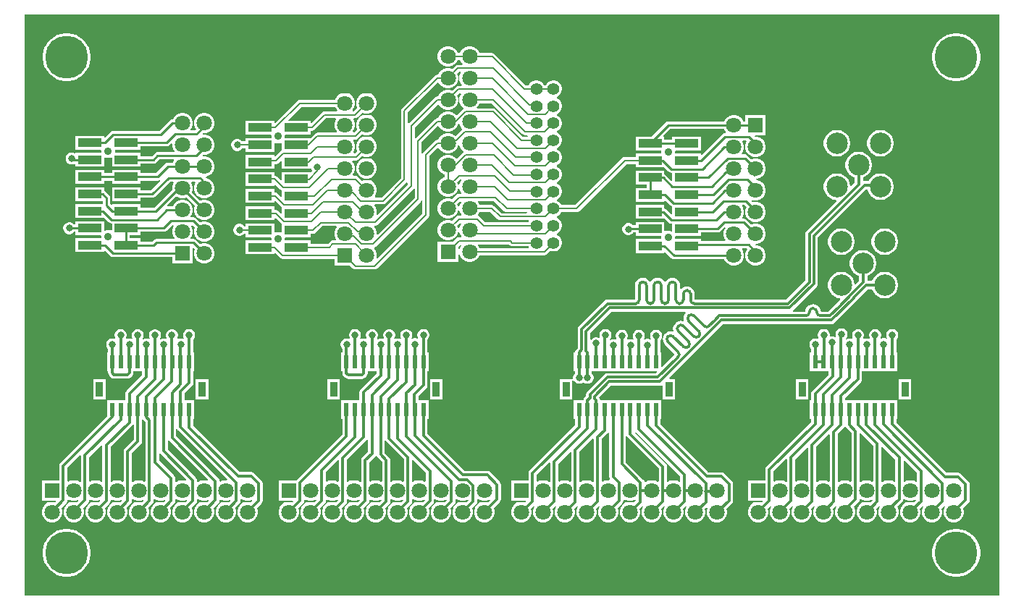
<source format=gbl>
G04*
G04 #@! TF.GenerationSoftware,Altium Limited,Altium Designer,23.1.1 (15)*
G04*
G04 Layer_Physical_Order=2*
G04 Layer_Color=16711680*
%FSLAX44Y44*%
%MOMM*%
G71*
G04*
G04 #@! TF.SameCoordinates,885BC21F-CE97-4633-90EB-74F7ABE7E9BF*
G04*
G04*
G04 #@! TF.FilePolarity,Positive*
G04*
G01*
G75*
%ADD10C,0.2000*%
%ADD19C,0.2500*%
%ADD20C,0.3500*%
%ADD21C,2.5000*%
%ADD22C,0.8890*%
%ADD23C,1.8000*%
%ADD24R,1.8000X1.8000*%
%ADD25C,5.0000*%
%ADD26R,1.8000X1.8000*%
%ADD27C,1.4000*%
%ADD28C,0.8000*%
%ADD29R,0.8500X1.8000*%
%ADD30R,0.6000X1.6000*%
%ADD31R,2.7432X1.0160*%
G36*
X1140542Y52D02*
X542D01*
Y680052D01*
X1140542D01*
Y52D01*
D02*
G37*
%LPC*%
G36*
X522702Y642756D02*
X519542D01*
X516490Y641938D01*
X513754Y640358D01*
X511519Y638124D01*
X509940Y635388D01*
X509791Y634834D01*
X507052D01*
X506904Y635388D01*
X505324Y638124D01*
X503090Y640358D01*
X500354Y641938D01*
X497302Y642756D01*
X494142D01*
X491090Y641938D01*
X488354Y640358D01*
X486119Y638124D01*
X484540Y635388D01*
X483722Y632336D01*
Y629176D01*
X484540Y626124D01*
X486119Y623388D01*
X488354Y621154D01*
X491090Y619574D01*
X494142Y618756D01*
X497302D01*
X500354Y619574D01*
X503090Y621154D01*
X505324Y623388D01*
X506904Y626124D01*
X507052Y626678D01*
X509791D01*
X509940Y626124D01*
X511519Y623388D01*
X512703Y622204D01*
X512177Y620934D01*
X507222D01*
X507222Y620934D01*
X505661Y620624D01*
X504338Y619740D01*
X500850Y616252D01*
X500354Y616538D01*
X497302Y617356D01*
X494142D01*
X491090Y616538D01*
X488354Y614958D01*
X486119Y612724D01*
X484540Y609988D01*
X484391Y609434D01*
X483224D01*
X483224Y609434D01*
X481663Y609124D01*
X480340Y608240D01*
X480340Y608240D01*
X441977Y569877D01*
X441093Y568554D01*
X440782Y566993D01*
X440782Y566993D01*
Y488236D01*
X418457Y465911D01*
X410593D01*
X410190Y467181D01*
X411667Y469739D01*
X412485Y472790D01*
Y475950D01*
X411667Y479002D01*
X410087Y481739D01*
X407853Y483973D01*
X405117Y485553D01*
X402065Y486370D01*
X398905D01*
X395853Y485553D01*
X395357Y485266D01*
X390614Y490009D01*
X389291Y490892D01*
X387730Y491203D01*
X387730Y491203D01*
X385147D01*
X384899Y491803D01*
X384728Y492473D01*
X386267Y495139D01*
X387085Y498190D01*
Y501350D01*
X386267Y504402D01*
X384687Y507138D01*
X383907Y507919D01*
X384393Y509092D01*
X388485D01*
X388485Y509092D01*
X390045Y509403D01*
X391368Y510286D01*
X395357Y514275D01*
X395853Y513988D01*
X398905Y513170D01*
X402065D01*
X405117Y513988D01*
X407853Y515568D01*
X410087Y517802D01*
X411667Y520539D01*
X412485Y523591D01*
Y526750D01*
X411667Y529802D01*
X410087Y532538D01*
X407853Y534773D01*
X405117Y536353D01*
X402065Y537170D01*
X398905D01*
X395853Y536353D01*
X393116Y534773D01*
X390882Y532538D01*
X389302Y529802D01*
X388485Y526750D01*
Y523591D01*
X389302Y520539D01*
X389589Y520042D01*
X386992Y517445D01*
X385766Y517550D01*
X385169Y518637D01*
X386267Y520539D01*
X387085Y523591D01*
Y526750D01*
X386267Y529802D01*
X384887Y532192D01*
X385410Y533462D01*
X387455D01*
X387455Y533462D01*
X389016Y533773D01*
X390339Y534657D01*
X395357Y539675D01*
X395853Y539388D01*
X398905Y538570D01*
X402065D01*
X405117Y539388D01*
X407853Y540968D01*
X410087Y543202D01*
X411667Y545939D01*
X412485Y548991D01*
Y552150D01*
X411667Y555202D01*
X410087Y557938D01*
X407853Y560173D01*
X405117Y561753D01*
X402065Y562570D01*
X398905D01*
X395853Y561753D01*
X393116Y560173D01*
X390882Y557938D01*
X389302Y555202D01*
X388485Y552150D01*
Y548991D01*
X389302Y545939D01*
X389589Y545442D01*
X385937Y541790D01*
X385145Y541882D01*
X384654Y543169D01*
X384687Y543202D01*
X386267Y545939D01*
X387085Y548991D01*
Y552150D01*
X386267Y555202D01*
X385101Y557222D01*
X385834Y558492D01*
X387085D01*
X387085Y558492D01*
X388645Y558802D01*
X389968Y559687D01*
X395357Y565075D01*
X395853Y564788D01*
X398905Y563970D01*
X402065D01*
X405117Y564788D01*
X407853Y566368D01*
X410087Y568602D01*
X411667Y571339D01*
X412485Y574390D01*
Y577550D01*
X411667Y580602D01*
X410087Y583339D01*
X407853Y585573D01*
X405117Y587153D01*
X402065Y587970D01*
X398905D01*
X395853Y587153D01*
X393116Y585573D01*
X390882Y583339D01*
X389302Y580602D01*
X388485Y577550D01*
Y574390D01*
X389302Y571339D01*
X389589Y570842D01*
X385566Y566820D01*
X384775Y566912D01*
X384283Y568198D01*
X384687Y568602D01*
X386267Y571339D01*
X387085Y574390D01*
Y577550D01*
X386267Y580602D01*
X384687Y583339D01*
X382453Y585573D01*
X379716Y587153D01*
X376665Y587970D01*
X373505D01*
X370453Y587153D01*
X367716Y585573D01*
X365482Y583339D01*
X363903Y580602D01*
X363754Y580049D01*
X322734D01*
X321174Y579738D01*
X319850Y578854D01*
X319850Y578854D01*
X293759Y552763D01*
X292586Y553249D01*
Y555461D01*
X259154D01*
Y539301D01*
X288454D01*
X289120Y538434D01*
Y536328D01*
X288454Y535461D01*
X259154D01*
Y531460D01*
X254994D01*
X254967Y531507D01*
X253663Y532810D01*
X252067Y533732D01*
X250287Y534209D01*
X248444D01*
X246663Y533732D01*
X245067Y532810D01*
X243764Y531507D01*
X242842Y529911D01*
X242365Y528130D01*
Y526287D01*
X242842Y524507D01*
X243764Y522911D01*
X245067Y521607D01*
X246663Y520686D01*
X248444Y520209D01*
X250287D01*
X252067Y520686D01*
X253663Y521607D01*
X254967Y522911D01*
X255193Y523303D01*
X259154D01*
Y519301D01*
X292586D01*
Y529491D01*
X293686Y530126D01*
X294032Y529926D01*
X296066Y529381D01*
X298173D01*
X300208Y529926D01*
X300553Y530126D01*
X301653Y529491D01*
Y520984D01*
X301237Y520901D01*
X299914Y520017D01*
X299914Y520017D01*
X293759Y513862D01*
X292586Y514348D01*
Y515461D01*
X259154D01*
Y499301D01*
X292586D01*
Y504501D01*
X294244D01*
X294244Y504501D01*
X295804Y504811D01*
X297127Y505695D01*
X300480Y509048D01*
X301653Y508562D01*
Y499301D01*
X335085D01*
Y499301D01*
X336309Y499190D01*
X336436Y498718D01*
X337357Y497122D01*
X337488Y496991D01*
X336284Y495787D01*
X335085Y495461D01*
Y495461D01*
X335085Y495461D01*
X301653D01*
Y486079D01*
X300480Y485593D01*
X295807Y490265D01*
X294484Y491149D01*
X292924Y491460D01*
X292586Y492645D01*
Y495461D01*
X259154D01*
Y479301D01*
X292586D01*
Y480292D01*
X293759Y480778D01*
X299960Y474577D01*
X299960Y474577D01*
X301283Y473693D01*
X301653Y473619D01*
Y467157D01*
X300480Y466671D01*
X296885Y470265D01*
X295562Y471149D01*
X294002Y471460D01*
X294002Y471460D01*
X292586D01*
Y475461D01*
X259154D01*
Y459301D01*
X292586D01*
Y461370D01*
X293759Y461856D01*
X301225Y454390D01*
X301225Y454390D01*
X301653Y454104D01*
Y447399D01*
X300480Y446913D01*
X297677Y449715D01*
X296354Y450600D01*
X294794Y450910D01*
X294793Y450910D01*
X292586D01*
Y455461D01*
X259154D01*
Y439301D01*
X292586D01*
Y441475D01*
X293856Y442001D01*
X301086Y434771D01*
X301653Y434392D01*
Y425272D01*
X300553Y424637D01*
X300208Y424836D01*
X298173Y425382D01*
X296066D01*
X294032Y424836D01*
X293686Y424637D01*
X292586Y425272D01*
Y435462D01*
X259154D01*
Y431460D01*
X257878D01*
X257509Y432098D01*
X256206Y433402D01*
X254610Y434323D01*
X252829Y434800D01*
X250986D01*
X249206Y434323D01*
X247610Y433402D01*
X246306Y432098D01*
X245385Y430502D01*
X244908Y428722D01*
Y426879D01*
X245385Y425098D01*
X246306Y423502D01*
X247610Y422199D01*
X249206Y421277D01*
X250986Y420800D01*
X252829D01*
X254610Y421277D01*
X256206Y422199D01*
X257310Y423303D01*
X259154D01*
Y419301D01*
X288454D01*
X289120Y418435D01*
Y416328D01*
X288454Y415462D01*
X259154D01*
Y399301D01*
X292586D01*
Y400374D01*
X293759Y400860D01*
X299333Y395286D01*
X300656Y394403D01*
X302217Y394092D01*
X302217Y394092D01*
X363085D01*
Y386170D01*
X381317D01*
X384760Y382728D01*
X386083Y381844D01*
X387644Y381533D01*
X409888D01*
X409888Y381533D01*
X411449Y381844D01*
X412772Y382728D01*
X472855Y442811D01*
X473739Y444134D01*
X474050Y445695D01*
X474050Y445695D01*
Y514217D01*
X483543Y523710D01*
X485130Y523501D01*
X486119Y521788D01*
X488354Y519554D01*
X491090Y517974D01*
X494142Y517156D01*
X497302D01*
X500354Y517974D01*
X503090Y519554D01*
X505324Y521788D01*
X506904Y524524D01*
X507722Y527576D01*
Y527870D01*
X507852Y527964D01*
X508519Y527761D01*
X509180Y527357D01*
X509940Y524524D01*
X511519Y521788D01*
X513574Y519734D01*
X513714Y518300D01*
X513475Y518140D01*
X506327Y510992D01*
X505324Y511124D01*
X503090Y513358D01*
X500354Y514938D01*
X497302Y515756D01*
X494142D01*
X491090Y514938D01*
X488354Y513358D01*
X486119Y511124D01*
X484540Y508388D01*
X483722Y505336D01*
Y502176D01*
X484540Y499124D01*
X486119Y496388D01*
X488354Y494154D01*
X491090Y492574D01*
X491643Y492425D01*
Y489687D01*
X491090Y489538D01*
X488354Y487958D01*
X486119Y485724D01*
X484540Y482988D01*
X483722Y479936D01*
Y476776D01*
X484540Y473724D01*
X486119Y470988D01*
X488354Y468754D01*
X491090Y467174D01*
X494142Y466356D01*
X497302D01*
X500354Y467174D01*
X503090Y468754D01*
X505324Y470988D01*
X506904Y473724D01*
X507722Y476776D01*
Y479936D01*
X506904Y482988D01*
X506618Y483484D01*
X510251Y487118D01*
X511043Y487026D01*
X511535Y485739D01*
X511519Y485724D01*
X509940Y482988D01*
X509122Y479936D01*
Y476776D01*
X509940Y473724D01*
X511464Y471083D01*
X511286Y470420D01*
X511035Y469813D01*
X508501D01*
X508501Y469813D01*
X506940Y469503D01*
X505617Y468619D01*
X505617Y468619D01*
X500850Y463852D01*
X500354Y464138D01*
X497302Y464956D01*
X494142D01*
X491090Y464138D01*
X488354Y462558D01*
X486119Y460324D01*
X484540Y457588D01*
X483722Y454536D01*
Y451376D01*
X484540Y448324D01*
X486119Y445588D01*
X488354Y443354D01*
X491090Y441774D01*
X494142Y440956D01*
X497302D01*
X500354Y441774D01*
X503090Y443354D01*
X505324Y445588D01*
X506904Y448324D01*
X507722Y451376D01*
Y454536D01*
X506904Y457588D01*
X506618Y458084D01*
X510019Y461486D01*
X510810Y461394D01*
X511133Y460907D01*
X511412Y460138D01*
X509940Y457588D01*
X509122Y454536D01*
Y451376D01*
X509940Y448324D01*
X511419Y445762D01*
X511020Y444492D01*
X508580D01*
X508580Y444492D01*
X507019Y444182D01*
X505696Y443298D01*
X505696Y443298D01*
X500850Y438452D01*
X500354Y438738D01*
X497302Y439556D01*
X494142D01*
X491090Y438738D01*
X488354Y437158D01*
X486119Y434924D01*
X484540Y432188D01*
X483722Y429136D01*
Y425976D01*
X484540Y422924D01*
X486119Y420188D01*
X488354Y417954D01*
X491090Y416374D01*
X494142Y415556D01*
X497302D01*
X500354Y416374D01*
X503090Y417954D01*
X505324Y420188D01*
X506904Y422924D01*
X507722Y425976D01*
Y429136D01*
X506904Y432188D01*
X506618Y432684D01*
X510098Y436165D01*
X510889Y436073D01*
X511276Y435368D01*
X511451Y434806D01*
X509940Y432188D01*
X509122Y429136D01*
Y425976D01*
X509940Y422924D01*
X511403Y420390D01*
X510984Y419120D01*
X508607D01*
X507046Y418809D01*
X505723Y417925D01*
X505723Y417925D01*
X501954Y414156D01*
X483722D01*
Y390156D01*
X507722D01*
Y408388D01*
X510125Y410792D01*
X510917Y410700D01*
X511325Y409903D01*
X511465Y409429D01*
X509940Y406788D01*
X509122Y403736D01*
Y400576D01*
X509940Y397524D01*
X511519Y394788D01*
X513754Y392554D01*
X516490Y390974D01*
X519542Y390156D01*
X522702D01*
X525754Y390974D01*
X528490Y392554D01*
X530724Y394788D01*
X532304Y397524D01*
X532452Y398078D01*
X608450D01*
X608450Y398078D01*
X610011Y398388D01*
X611334Y399272D01*
X615405Y403343D01*
X617705Y402727D01*
X620338D01*
X622881Y403408D01*
X625161Y404725D01*
X627023Y406587D01*
X628340Y408867D01*
X629021Y411410D01*
Y414043D01*
X628340Y416587D01*
X627023Y418867D01*
X625161Y420729D01*
X622881Y422045D01*
X622707Y422092D01*
Y423362D01*
X622881Y423408D01*
X625161Y424725D01*
X627023Y426587D01*
X628340Y428867D01*
X629021Y431410D01*
Y434043D01*
X628340Y436587D01*
X627023Y438867D01*
X625161Y440729D01*
X622881Y442045D01*
X622707Y442092D01*
Y443362D01*
X622881Y443408D01*
X625161Y444725D01*
X627023Y446587D01*
X628214Y448648D01*
X646332D01*
X646332Y448648D01*
X647893Y448959D01*
X649216Y449843D01*
X704241Y504868D01*
X715417D01*
Y500866D01*
X748801D01*
X753798Y495869D01*
X755203Y494930D01*
X756862Y494600D01*
X757916D01*
Y485984D01*
X756743Y485498D01*
X750231Y492010D01*
X748849Y492934D01*
Y497026D01*
X715417D01*
Y480866D01*
X727800D01*
Y477026D01*
X715417D01*
Y460867D01*
X748849D01*
Y461523D01*
X750022Y462009D01*
X755997Y456033D01*
X757403Y455094D01*
X757916Y454992D01*
Y446238D01*
X756743Y445752D01*
X750484Y452011D01*
X749079Y452950D01*
X748849Y452996D01*
Y457026D01*
X715417D01*
Y440867D01*
X748849D01*
X748849Y440867D01*
Y440867D01*
X749901Y440338D01*
X753989Y436250D01*
X755395Y435310D01*
X757053Y434981D01*
X757916D01*
Y426837D01*
X756816Y426202D01*
X756470Y426401D01*
X754436Y426946D01*
X752329D01*
X750295Y426401D01*
X749949Y426202D01*
X748849Y426837D01*
Y437026D01*
X715417D01*
Y433280D01*
X711946D01*
X710885Y434340D01*
X709289Y435262D01*
X707509Y435739D01*
X705666D01*
X703885Y435262D01*
X702289Y434340D01*
X700986Y433037D01*
X700064Y431441D01*
X699587Y429660D01*
Y427817D01*
X700064Y426037D01*
X700986Y424441D01*
X702289Y423137D01*
X703885Y422216D01*
X705666Y421739D01*
X707509D01*
X709289Y422216D01*
X710885Y423137D01*
X712188Y424441D01*
X712288Y424613D01*
X715417D01*
Y420867D01*
X744717D01*
X745383Y420000D01*
Y417893D01*
X744717Y417027D01*
X715417D01*
Y400867D01*
X748849D01*
Y401077D01*
X750022Y401563D01*
X756814Y394772D01*
X758219Y393833D01*
X759878Y393503D01*
X818621D01*
X818701Y393204D01*
X820281Y390468D01*
X822515Y388234D01*
X825251Y386654D01*
X828303Y385836D01*
X831463D01*
X834515Y386654D01*
X837251Y388234D01*
X839485Y390468D01*
X841065Y393204D01*
X841883Y396256D01*
Y399416D01*
X841065Y402468D01*
X839529Y405128D01*
X839702Y405797D01*
X839951Y406398D01*
X845078D01*
X845736Y405260D01*
X845680Y405204D01*
X844101Y402468D01*
X843283Y399416D01*
Y396256D01*
X844101Y393204D01*
X845680Y390468D01*
X847915Y388234D01*
X850651Y386654D01*
X853703Y385836D01*
X856863D01*
X859915Y386654D01*
X862651Y388234D01*
X864885Y390468D01*
X866465Y393204D01*
X867283Y396256D01*
Y399416D01*
X866465Y402468D01*
X864885Y405204D01*
X862651Y407439D01*
X859915Y409018D01*
X856863Y409836D01*
X855428D01*
X855341Y409966D01*
X856020Y411236D01*
X856863D01*
X859915Y412054D01*
X862651Y413634D01*
X864885Y415868D01*
X866465Y418604D01*
X867283Y421656D01*
Y424816D01*
X866465Y427868D01*
X864885Y430604D01*
X862651Y432839D01*
X859915Y434418D01*
X856863Y435236D01*
X853703D01*
X850651Y434418D01*
X850383Y434264D01*
X844959Y439688D01*
X843553Y440627D01*
X841895Y440957D01*
X840772D01*
X840039Y442227D01*
X841065Y444004D01*
X841883Y447056D01*
Y450216D01*
X841065Y453268D01*
X839485Y456004D01*
X839342Y456147D01*
X839828Y457321D01*
X842580D01*
X845027Y454873D01*
X844101Y453268D01*
X843283Y450216D01*
Y447056D01*
X844101Y444004D01*
X845680Y441268D01*
X847915Y439034D01*
X850651Y437454D01*
X853703Y436636D01*
X856863D01*
X859915Y437454D01*
X862651Y439034D01*
X864885Y441268D01*
X866465Y444004D01*
X867283Y447056D01*
Y450216D01*
X866465Y453268D01*
X864885Y456004D01*
X862651Y458239D01*
X859915Y459818D01*
X856863Y460636D01*
X853703D01*
X851982Y460175D01*
X850605Y461551D01*
X851263Y462690D01*
X853703Y462036D01*
X856863D01*
X859915Y462854D01*
X862651Y464434D01*
X864885Y466668D01*
X866465Y469404D01*
X867283Y472456D01*
Y475616D01*
X866465Y478668D01*
X864885Y481404D01*
X862651Y483639D01*
X859915Y485218D01*
X856863Y486036D01*
X856395D01*
X855915Y487306D01*
X856062Y487436D01*
X856863D01*
X859915Y488254D01*
X862651Y489834D01*
X864885Y492068D01*
X866465Y494804D01*
X867283Y497856D01*
Y501016D01*
X866465Y504068D01*
X864885Y506804D01*
X862651Y509039D01*
X859915Y510618D01*
X856863Y511436D01*
X853703D01*
X850651Y510618D01*
X850383Y510464D01*
X846012Y514835D01*
X844607Y515774D01*
X842948Y516104D01*
X839781D01*
X839295Y517277D01*
X839485Y517468D01*
X841065Y520204D01*
X841883Y523256D01*
Y526416D01*
X841065Y529468D01*
X839943Y531412D01*
X840676Y532682D01*
X844490D01*
X845223Y531412D01*
X844101Y529468D01*
X843283Y526416D01*
Y523256D01*
X844101Y520204D01*
X845680Y517468D01*
X847915Y515234D01*
X850651Y513654D01*
X853703Y512836D01*
X856863D01*
X859915Y513654D01*
X862651Y515234D01*
X864885Y517468D01*
X866465Y520204D01*
X867283Y523256D01*
Y526416D01*
X866465Y529468D01*
X864885Y532204D01*
X862651Y534439D01*
X859915Y536018D01*
X856863Y536836D01*
X854495D01*
X854405Y536966D01*
X855070Y538236D01*
X867283D01*
Y562236D01*
X843283D01*
Y554570D01*
X841145D01*
X841065Y554868D01*
X839485Y557604D01*
X837251Y559839D01*
X834515Y561418D01*
X831463Y562236D01*
X828303D01*
X825251Y561418D01*
X822515Y559839D01*
X820281Y557604D01*
X818701Y554868D01*
X818621Y554570D01*
X753423D01*
X751764Y554240D01*
X750359Y553300D01*
X734085Y537026D01*
X715417D01*
Y520866D01*
X744717D01*
X745383Y520000D01*
Y517893D01*
X744717Y517026D01*
X715417D01*
Y513025D01*
X702551D01*
X702551Y513025D01*
X700991Y512714D01*
X699668Y511830D01*
X644642Y456805D01*
X628214D01*
X627023Y458867D01*
X625161Y460729D01*
X622881Y462045D01*
X622707Y462092D01*
Y463362D01*
X622881Y463408D01*
X625161Y464725D01*
X627023Y466587D01*
X628340Y468867D01*
X629021Y471410D01*
Y474043D01*
X628340Y476587D01*
X627023Y478867D01*
X625161Y480729D01*
X622881Y482045D01*
X622707Y482092D01*
Y483362D01*
X622881Y483408D01*
X625161Y484725D01*
X627023Y486587D01*
X628340Y488867D01*
X629021Y491410D01*
Y494043D01*
X628340Y496587D01*
X627023Y498867D01*
X625161Y500729D01*
X622881Y502045D01*
X622707Y502092D01*
Y503362D01*
X622881Y503408D01*
X625161Y504725D01*
X627023Y506587D01*
X628340Y508867D01*
X629021Y511410D01*
Y514043D01*
X628340Y516586D01*
X627023Y518867D01*
X625161Y520729D01*
X622881Y522045D01*
X622707Y522092D01*
Y523362D01*
X622881Y523408D01*
X625161Y524725D01*
X627023Y526587D01*
X628340Y528867D01*
X629021Y531410D01*
Y534043D01*
X628340Y536586D01*
X627023Y538867D01*
X625161Y540729D01*
X622881Y542045D01*
X622707Y542092D01*
Y543362D01*
X622881Y543408D01*
X625161Y544725D01*
X627023Y546586D01*
X628340Y548867D01*
X629021Y551410D01*
Y554043D01*
X628340Y556586D01*
X627023Y558867D01*
X625161Y560729D01*
X622881Y562045D01*
X622707Y562092D01*
Y563362D01*
X622881Y563408D01*
X625161Y564725D01*
X627023Y566586D01*
X628340Y568867D01*
X629021Y571410D01*
Y574043D01*
X628340Y576586D01*
X627023Y578867D01*
X625161Y580729D01*
X622881Y582045D01*
X622707Y582092D01*
Y583362D01*
X622881Y583408D01*
X625161Y584725D01*
X627023Y586586D01*
X628340Y588867D01*
X629021Y591410D01*
Y594043D01*
X628340Y596586D01*
X627023Y598867D01*
X625161Y600728D01*
X622881Y602045D01*
X620338Y602727D01*
X617705D01*
X615161Y602045D01*
X612881Y600728D01*
X611019Y598867D01*
X609829Y596805D01*
X608214D01*
X607023Y598867D01*
X605161Y600728D01*
X602881Y602045D01*
X600338Y602727D01*
X597705D01*
X595161Y602045D01*
X592881Y600728D01*
X591019Y598867D01*
X589829Y596805D01*
X587101D01*
X550266Y633640D01*
X548943Y634524D01*
X547382Y634834D01*
X547382Y634834D01*
X532452D01*
X532304Y635388D01*
X530724Y638124D01*
X528490Y640358D01*
X525754Y641938D01*
X522702Y642756D01*
D02*
G37*
G36*
X1092204Y658000D02*
X1087796D01*
X1083443Y657310D01*
X1079252Y655949D01*
X1075325Y653948D01*
X1071759Y651357D01*
X1068643Y648241D01*
X1066052Y644675D01*
X1064051Y640748D01*
X1062690Y636557D01*
X1062000Y632204D01*
Y627796D01*
X1062690Y623443D01*
X1064051Y619252D01*
X1066052Y615325D01*
X1068643Y611759D01*
X1071759Y608643D01*
X1075325Y606052D01*
X1079252Y604051D01*
X1083443Y602690D01*
X1087796Y602000D01*
X1092204D01*
X1096557Y602690D01*
X1100748Y604051D01*
X1104675Y606052D01*
X1108241Y608643D01*
X1111357Y611759D01*
X1113948Y615325D01*
X1115949Y619252D01*
X1117310Y623443D01*
X1118000Y627796D01*
Y632204D01*
X1117310Y636557D01*
X1115949Y640748D01*
X1113948Y644675D01*
X1111357Y648241D01*
X1108241Y651357D01*
X1104675Y653948D01*
X1100748Y655949D01*
X1096557Y657310D01*
X1092204Y658000D01*
D02*
G37*
G36*
X52204D02*
X47796D01*
X43443Y657310D01*
X39252Y655949D01*
X35325Y653948D01*
X31759Y651357D01*
X28643Y648241D01*
X26052Y644675D01*
X24051Y640748D01*
X22689Y636557D01*
X22000Y632204D01*
Y627796D01*
X22689Y623443D01*
X24051Y619252D01*
X26052Y615325D01*
X28643Y611759D01*
X31759Y608643D01*
X35325Y606052D01*
X39252Y604051D01*
X43443Y602690D01*
X47796Y602000D01*
X52204D01*
X56557Y602690D01*
X60748Y604051D01*
X64675Y606052D01*
X68241Y608643D01*
X71357Y611759D01*
X73948Y615325D01*
X75949Y619252D01*
X77311Y623443D01*
X78000Y627796D01*
Y632204D01*
X77311Y636557D01*
X75949Y640748D01*
X73948Y644675D01*
X71357Y648241D01*
X68241Y651357D01*
X64675Y653948D01*
X60748Y655949D01*
X56557Y657310D01*
X52204Y658000D01*
D02*
G37*
G36*
X212397Y564782D02*
X209237D01*
X206185Y563964D01*
X203449Y562384D01*
X201215Y560150D01*
X199635Y557414D01*
X198817Y554362D01*
Y551202D01*
X199635Y548150D01*
X201117Y545583D01*
X199829Y544295D01*
X195489D01*
X195107Y545565D01*
X196599Y548150D01*
X197417Y551202D01*
Y554362D01*
X196599Y557414D01*
X195019Y560150D01*
X192785Y562384D01*
X190049Y563964D01*
X186997Y564782D01*
X183837D01*
X180785Y563964D01*
X178049Y562384D01*
X175815Y560150D01*
X174235Y557414D01*
X174155Y557115D01*
X173857D01*
X172199Y556785D01*
X170793Y555846D01*
X158568Y543621D01*
X104509D01*
X102851Y543291D01*
X101445Y542352D01*
X95044Y535951D01*
X93871Y536437D01*
Y537895D01*
X60439D01*
Y521735D01*
X89739D01*
X90404Y520868D01*
Y518762D01*
X89739Y517895D01*
X60439D01*
Y517895D01*
X59169Y517561D01*
X58451Y517976D01*
X56671Y518452D01*
X54828D01*
X53047Y517976D01*
X51451Y517054D01*
X50148Y515751D01*
X49226Y514154D01*
X48749Y512374D01*
Y510531D01*
X49226Y508751D01*
X50148Y507155D01*
X51451Y505851D01*
X53047Y504930D01*
X54828Y504453D01*
X56671D01*
X58451Y504930D01*
X59169Y505344D01*
X60439Y504898D01*
Y501735D01*
X93871D01*
Y511925D01*
X94971Y512560D01*
X95316Y512360D01*
X97351Y511815D01*
X99458D01*
X101492Y512360D01*
X101838Y512560D01*
X102938Y511925D01*
Y501735D01*
X136370D01*
Y505482D01*
X151436D01*
X153094Y505812D01*
X154500Y506751D01*
X157941Y510192D01*
X174985D01*
X175568Y508923D01*
X174235Y506614D01*
X174155Y506315D01*
X168487D01*
X166829Y505985D01*
X165423Y505046D01*
X154525Y494148D01*
X136370D01*
Y497895D01*
X102938D01*
Y494148D01*
X93871D01*
Y497895D01*
X60439D01*
Y481735D01*
X93871D01*
Y485482D01*
X102938D01*
Y481735D01*
X136370D01*
Y485482D01*
X156320D01*
X157978Y485812D01*
X158726Y486311D01*
X159535Y485325D01*
X148359Y474148D01*
X136370D01*
Y477895D01*
X102938D01*
Y461735D01*
X136370D01*
Y465482D01*
X150154D01*
X151812Y465812D01*
X153218Y466751D01*
X170841Y484375D01*
X174593D01*
X175327Y483105D01*
X174235Y481214D01*
X173417Y478162D01*
Y475002D01*
X173428Y474961D01*
X152616Y454148D01*
X136370D01*
Y457895D01*
X102938D01*
Y457895D01*
X102071Y457536D01*
X101081Y458526D01*
Y465063D01*
X100751Y466721D01*
X99811Y468127D01*
X95059Y472879D01*
X93871Y473673D01*
Y477895D01*
X60439D01*
Y461735D01*
X92414D01*
Y457895D01*
X60439D01*
Y441735D01*
X93871D01*
X93871Y441735D01*
Y441735D01*
X94729Y440891D01*
X98971Y436649D01*
X100377Y435710D01*
X102036Y435380D01*
X102938D01*
Y427705D01*
X101838Y427070D01*
X101492Y427270D01*
X99458Y427815D01*
X97351D01*
X95316Y427270D01*
X94971Y427070D01*
X93871Y427705D01*
Y437895D01*
X60439D01*
Y434148D01*
X58602D01*
X58599Y434154D01*
X57296Y435458D01*
X55699Y436379D01*
X53919Y436856D01*
X52076D01*
X50296Y436379D01*
X48699Y435458D01*
X47396Y434154D01*
X46475Y432558D01*
X45998Y430778D01*
Y428935D01*
X46475Y427154D01*
X47396Y425558D01*
X48699Y424255D01*
X50296Y423333D01*
X52076Y422856D01*
X53919D01*
X55699Y423333D01*
X57296Y424255D01*
X58523Y425482D01*
X60439D01*
Y421735D01*
X89739D01*
X90404Y420868D01*
Y418762D01*
X89739Y417895D01*
X60439D01*
Y401735D01*
X93871D01*
Y403085D01*
X95044Y403571D01*
X101297Y397318D01*
X102703Y396379D01*
X104361Y396049D01*
X173417D01*
Y388382D01*
X197417D01*
Y405995D01*
X198591Y406481D01*
X199790Y405281D01*
X199635Y405014D01*
X198817Y401962D01*
Y398802D01*
X199635Y395750D01*
X201215Y393014D01*
X203449Y390780D01*
X206185Y389200D01*
X209237Y388382D01*
X212397D01*
X215449Y389200D01*
X218185Y390780D01*
X220420Y393014D01*
X221999Y395750D01*
X222817Y398802D01*
Y401962D01*
X221999Y405014D01*
X220420Y407750D01*
X218185Y409984D01*
X215449Y411564D01*
X212397Y412382D01*
X209237D01*
X206185Y411564D01*
X205918Y411410D01*
X201323Y416004D01*
X199917Y416944D01*
X198259Y417274D01*
X195492D01*
X195390Y417519D01*
X195095Y418544D01*
X196599Y421150D01*
X197417Y424202D01*
Y427362D01*
X196599Y430414D01*
X195736Y431909D01*
X196416Y433256D01*
X197128Y433344D01*
X199790Y430681D01*
X199635Y430414D01*
X198817Y427362D01*
Y424202D01*
X199635Y421150D01*
X201215Y418414D01*
X203449Y416180D01*
X206185Y414600D01*
X209237Y413782D01*
X212397D01*
X215449Y414600D01*
X218185Y416180D01*
X220420Y418414D01*
X221999Y421150D01*
X222817Y424202D01*
Y427362D01*
X221999Y430414D01*
X220420Y433150D01*
X218185Y435384D01*
X215449Y436964D01*
X212397Y437782D01*
X209237D01*
X206185Y436964D01*
X205918Y436810D01*
X201451Y441276D01*
X200046Y442215D01*
X198387Y442545D01*
X195410D01*
X194924Y443718D01*
X195019Y443814D01*
X196599Y446550D01*
X197417Y449602D01*
Y452762D01*
X196599Y455814D01*
X195019Y458550D01*
X192785Y460784D01*
X190049Y462364D01*
X186997Y463182D01*
X183837D01*
X180785Y462364D01*
X178049Y460784D01*
X175815Y458550D01*
X174235Y455814D01*
X174102Y455317D01*
X167837D01*
X167311Y456587D01*
X177876Y467152D01*
X178049Y466980D01*
X180785Y465400D01*
X183837Y464582D01*
X186997D01*
X190049Y465400D01*
X190317Y465554D01*
X199790Y456082D01*
X199635Y455814D01*
X198817Y452762D01*
Y449602D01*
X199635Y446550D01*
X201215Y443814D01*
X203449Y441580D01*
X206185Y440000D01*
X209237Y439182D01*
X212397D01*
X215449Y440000D01*
X218185Y441580D01*
X220420Y443814D01*
X221999Y446550D01*
X222817Y449602D01*
Y452762D01*
X221999Y455814D01*
X220420Y458550D01*
X218185Y460784D01*
X215449Y462364D01*
X212397Y463182D01*
X209237D01*
X206185Y462364D01*
X205918Y462210D01*
X196445Y471683D01*
X196599Y471950D01*
X197417Y475002D01*
Y478162D01*
X196599Y481214D01*
X195508Y483105D01*
X196241Y484375D01*
X199993D01*
X200727Y483105D01*
X199635Y481214D01*
X198817Y478162D01*
Y475002D01*
X199635Y471950D01*
X201215Y469214D01*
X203449Y466980D01*
X206185Y465400D01*
X209237Y464582D01*
X212397D01*
X215449Y465400D01*
X218185Y466980D01*
X220420Y469214D01*
X221999Y471950D01*
X222817Y475002D01*
Y478162D01*
X221999Y481214D01*
X220420Y483950D01*
X218185Y486184D01*
X215449Y487764D01*
X212915Y488443D01*
X212748Y488761D01*
X213356Y490239D01*
X215449Y490800D01*
X218185Y492380D01*
X220420Y494614D01*
X221999Y497350D01*
X222817Y500402D01*
Y503562D01*
X221999Y506614D01*
X220420Y509350D01*
X218185Y511584D01*
X215449Y513164D01*
X212397Y513982D01*
X209881D01*
X209435Y514522D01*
X209247Y515252D01*
X209374Y515382D01*
X212397D01*
X215449Y516200D01*
X218185Y517780D01*
X220420Y520014D01*
X221999Y522750D01*
X222817Y525802D01*
Y528962D01*
X221999Y532014D01*
X220420Y534750D01*
X218185Y536984D01*
X215449Y538564D01*
X212397Y539382D01*
X209881D01*
X209435Y539922D01*
X209247Y540652D01*
X209374Y540782D01*
X212397D01*
X215449Y541600D01*
X218185Y543180D01*
X220420Y545414D01*
X221999Y548150D01*
X222817Y551202D01*
Y554362D01*
X221999Y557414D01*
X220420Y560150D01*
X218185Y562384D01*
X215449Y563964D01*
X212397Y564782D01*
D02*
G37*
G36*
X1002941Y544713D02*
X999887D01*
X996893Y544117D01*
X994072Y542949D01*
X991534Y541252D01*
X989374Y539093D01*
X987678Y536555D01*
X986510Y533734D01*
X985914Y530739D01*
Y527686D01*
X986510Y524692D01*
X987678Y521871D01*
X989374Y519332D01*
X991534Y517173D01*
X994072Y515477D01*
X996893Y514308D01*
X999887Y513713D01*
X1002941D01*
X1005935Y514308D01*
X1008756Y515477D01*
X1011295Y517173D01*
X1013454Y519332D01*
X1015150Y521871D01*
X1016319Y524692D01*
X1016914Y527686D01*
Y530739D01*
X1016319Y533734D01*
X1015150Y536555D01*
X1013454Y539093D01*
X1011295Y541252D01*
X1008756Y542949D01*
X1005935Y544117D01*
X1002941Y544713D01*
D02*
G37*
G36*
X952141D02*
X949088D01*
X946093Y544117D01*
X943272Y542949D01*
X940733Y541252D01*
X938575Y539093D01*
X936878Y536555D01*
X935710Y533734D01*
X935114Y530739D01*
Y527686D01*
X935710Y524692D01*
X936878Y521871D01*
X938575Y519332D01*
X940733Y517173D01*
X943272Y515477D01*
X946093Y514308D01*
X949088Y513713D01*
X952141D01*
X955135Y514308D01*
X957956Y515477D01*
X960495Y517173D01*
X962654Y519332D01*
X964350Y521871D01*
X965518Y524692D01*
X966114Y527686D01*
Y530739D01*
X965518Y533734D01*
X964350Y536555D01*
X962654Y539093D01*
X960495Y541252D01*
X957956Y542949D01*
X955135Y544117D01*
X952141Y544713D01*
D02*
G37*
G36*
X402065Y511770D02*
X398905D01*
X395853Y510953D01*
X393116Y509373D01*
X390882Y507138D01*
X389302Y504402D01*
X388485Y501350D01*
Y498190D01*
X389302Y495139D01*
X390882Y492402D01*
X393116Y490168D01*
X395853Y488588D01*
X398905Y487770D01*
X402065D01*
X405117Y488588D01*
X407853Y490168D01*
X410087Y492402D01*
X411667Y495139D01*
X412485Y498190D01*
Y501350D01*
X411667Y504402D01*
X410087Y507138D01*
X407853Y509373D01*
X405117Y510953D01*
X402065Y511770D01*
D02*
G37*
G36*
X977541Y519313D02*
X974488D01*
X971493Y518717D01*
X968672Y517549D01*
X966133Y515852D01*
X963975Y513693D01*
X962278Y511155D01*
X961110Y508334D01*
X960514Y505339D01*
Y502286D01*
X961110Y499292D01*
X962278Y496471D01*
X963975Y493932D01*
X966133Y491773D01*
X968672Y490077D01*
X971171Y489042D01*
Y483217D01*
X967288Y479333D01*
X966114Y479819D01*
Y479939D01*
X965518Y482934D01*
X964350Y485755D01*
X962654Y488293D01*
X960495Y490452D01*
X957956Y492149D01*
X955135Y493317D01*
X952141Y493913D01*
X949088D01*
X946093Y493317D01*
X943272Y492149D01*
X940733Y490452D01*
X938575Y488293D01*
X936878Y485755D01*
X935710Y482934D01*
X935114Y479939D01*
Y476886D01*
X935710Y473892D01*
X936878Y471071D01*
X938575Y468532D01*
X940733Y466373D01*
X943272Y464677D01*
X946093Y463508D01*
X949088Y462913D01*
X949207D01*
X949693Y461739D01*
X914952Y426998D01*
X913902Y425427D01*
X913534Y423574D01*
Y368821D01*
X891150Y346437D01*
X784306D01*
Y352758D01*
X784262Y352982D01*
X783980Y355118D01*
X783070Y357317D01*
X781620Y359205D01*
X779732Y360654D01*
X777533Y361565D01*
X775397Y361846D01*
X775173Y361891D01*
X774949Y361846D01*
X772813Y361565D01*
X770614Y360654D01*
X768726Y359205D01*
X768416Y358802D01*
X767146Y359233D01*
Y362704D01*
X767102Y362928D01*
X766820Y365064D01*
X765910Y367263D01*
X764461Y369151D01*
X762572Y370600D01*
X760373Y371511D01*
X758237Y371792D01*
X758013Y371837D01*
X757789Y371792D01*
X755653Y371511D01*
X753454Y370600D01*
X751566Y369151D01*
X750117Y367263D01*
X750068Y367146D01*
X748798D01*
X748749Y367263D01*
X747300Y369151D01*
X745412Y370600D01*
X743213Y371511D01*
X741077Y371792D01*
X740853Y371837D01*
X740629Y371792D01*
X738493Y371511D01*
X736294Y370600D01*
X734406Y369151D01*
X732957Y367263D01*
X732908Y367146D01*
X731638D01*
X731590Y367263D01*
X730141Y369151D01*
X728252Y370600D01*
X726053Y371511D01*
X723917Y371792D01*
X723693Y371837D01*
X723469Y371792D01*
X721333Y371511D01*
X719134Y370600D01*
X717246Y369151D01*
X715797Y367263D01*
X714886Y365064D01*
X714605Y362928D01*
X714560Y362704D01*
Y346437D01*
X682645D01*
X682645Y346437D01*
X680792Y346068D01*
X679221Y345018D01*
X679221Y345018D01*
X648826Y314624D01*
X647776Y313053D01*
X647408Y311199D01*
Y289506D01*
X645576Y287675D01*
X644526Y286103D01*
X644207Y284500D01*
X643001D01*
Y262500D01*
X644158D01*
Y259859D01*
X643547Y259248D01*
X642625Y257652D01*
X642148Y255871D01*
Y254398D01*
X641538Y253788D01*
X641477Y253726D01*
X641476Y253726D01*
X640690Y253500D01*
X640674D01*
Y253500D01*
X626751D01*
Y229500D01*
X641251D01*
Y252335D01*
X641251Y252469D01*
X641997Y252567D01*
D01*
X641997Y252567D01*
X642885Y251799D01*
X643547Y250652D01*
X644850Y249348D01*
X646446Y248427D01*
X648226Y247950D01*
X650070D01*
X651850Y248427D01*
X653446Y249348D01*
X653957Y249860D01*
X654586Y249231D01*
X656182Y248310D01*
X657962Y247833D01*
X659805D01*
X661586Y248310D01*
X663182Y249231D01*
X664485Y250534D01*
X665407Y252131D01*
X665884Y253911D01*
Y255754D01*
X665407Y257535D01*
X664485Y259131D01*
X663844Y259772D01*
Y262500D01*
X739768D01*
X740254Y261327D01*
X739082Y260155D01*
X682339D01*
X682338Y260155D01*
X680485Y259786D01*
X678914Y258736D01*
X658826Y238648D01*
X657776Y237077D01*
X657408Y235224D01*
Y233506D01*
X655576Y231675D01*
X654526Y230103D01*
X654207Y228500D01*
X643001D01*
Y206500D01*
X644158D01*
Y199511D01*
X591301Y146654D01*
X590251Y145083D01*
X589882Y143229D01*
Y135000D01*
X569575D01*
Y111000D01*
X586768D01*
X587254Y109827D01*
X586208Y108781D01*
X586207Y108782D01*
X583155Y109600D01*
X579995D01*
X576944Y108782D01*
X574207Y107202D01*
X571973Y104968D01*
X570393Y102232D01*
X569575Y99180D01*
Y96020D01*
X570393Y92968D01*
X571973Y90232D01*
X574207Y87998D01*
X576944Y86418D01*
X579995Y85600D01*
X583155D01*
X586207Y86418D01*
X588943Y87998D01*
X591178Y90232D01*
X592757Y92968D01*
X593575Y96020D01*
Y99180D01*
X592884Y101759D01*
X595651Y104526D01*
X596667Y103746D01*
X595793Y102232D01*
X594975Y99180D01*
Y96020D01*
X595793Y92968D01*
X597373Y90232D01*
X599607Y87998D01*
X602343Y86418D01*
X605396Y85600D01*
X608555D01*
X611607Y86418D01*
X614343Y87998D01*
X616578Y90232D01*
X618158Y92968D01*
X618975Y96020D01*
Y99180D01*
X618284Y101759D01*
X621051Y104526D01*
X622067Y103746D01*
X621193Y102232D01*
X620375Y99180D01*
Y96020D01*
X621193Y92968D01*
X622773Y90232D01*
X625007Y87998D01*
X627743Y86418D01*
X630796Y85600D01*
X633955D01*
X637007Y86418D01*
X639743Y87998D01*
X641978Y90232D01*
X643558Y92968D01*
X644375Y96020D01*
Y99180D01*
X643684Y101759D01*
X646451Y104526D01*
X647467Y103746D01*
X646593Y102232D01*
X645775Y99180D01*
Y96020D01*
X646593Y92968D01*
X648173Y90232D01*
X650407Y87998D01*
X653143Y86418D01*
X656196Y85600D01*
X659355D01*
X662407Y86418D01*
X665144Y87998D01*
X667378Y90232D01*
X668958Y92968D01*
X669775Y96020D01*
Y99180D01*
X669084Y101759D01*
X671851Y104526D01*
X672867Y103746D01*
X671993Y102232D01*
X671175Y99180D01*
Y96020D01*
X671993Y92968D01*
X673573Y90232D01*
X675807Y87998D01*
X678543Y86418D01*
X681596Y85600D01*
X684755D01*
X687807Y86418D01*
X690544Y87998D01*
X692778Y90232D01*
X694358Y92968D01*
X695175Y96020D01*
Y99180D01*
X694358Y102232D01*
X694352Y102242D01*
X699427Y107318D01*
X700477Y108889D01*
X700846Y110742D01*
X700846Y110742D01*
Y112140D01*
X702116Y112873D01*
X703943Y111818D01*
X706995Y111000D01*
X710155D01*
X713207Y111818D01*
X713857Y112193D01*
X715224Y111516D01*
X715305Y110878D01*
X713208Y108781D01*
X713207Y108782D01*
X710155Y109600D01*
X706995D01*
X703943Y108782D01*
X701207Y107202D01*
X698973Y104968D01*
X697393Y102232D01*
X696575Y99180D01*
Y96020D01*
X697393Y92968D01*
X698973Y90232D01*
X701207Y87998D01*
X703943Y86418D01*
X706995Y85600D01*
X710155D01*
X713207Y86418D01*
X715944Y87998D01*
X718178Y90232D01*
X719758Y92968D01*
X720575Y96020D01*
Y99180D01*
X719884Y101759D01*
X722651Y104526D01*
X723667Y103746D01*
X722793Y102232D01*
X721975Y99180D01*
Y96020D01*
X722793Y92968D01*
X724373Y90232D01*
X726607Y87998D01*
X729343Y86418D01*
X732395Y85600D01*
X735555D01*
X738607Y86418D01*
X741344Y87998D01*
X743578Y90232D01*
X745157Y92968D01*
X745975Y96020D01*
Y99180D01*
X745284Y101759D01*
X748051Y104526D01*
X749067Y103746D01*
X748193Y102232D01*
X747375Y99180D01*
Y96020D01*
X748193Y92968D01*
X749773Y90232D01*
X752007Y87998D01*
X754743Y86418D01*
X757795Y85600D01*
X760955D01*
X764007Y86418D01*
X766743Y87998D01*
X768978Y90232D01*
X770557Y92968D01*
X771375Y96020D01*
Y99180D01*
X770684Y101759D01*
X773451Y104526D01*
X774467Y103746D01*
X773593Y102232D01*
X772775Y99180D01*
Y96020D01*
X773593Y92968D01*
X775173Y90232D01*
X777407Y87998D01*
X780144Y86418D01*
X783195Y85600D01*
X786355D01*
X789407Y86418D01*
X792143Y87998D01*
X794378Y90232D01*
X795957Y92968D01*
X796775Y96020D01*
Y99180D01*
X796232Y101208D01*
X797898Y102874D01*
X798993Y102232D01*
X798175Y99180D01*
Y96020D01*
X798993Y92968D01*
X800573Y90232D01*
X802807Y87998D01*
X805544Y86418D01*
X808596Y85600D01*
X811755D01*
X814807Y86418D01*
X817543Y87998D01*
X819778Y90232D01*
X821357Y92968D01*
X822175Y96020D01*
Y99180D01*
X821593Y101352D01*
X827656Y107415D01*
X827656Y107415D01*
X828706Y108986D01*
X829074Y110839D01*
X829074Y110840D01*
Y130517D01*
X828706Y132370D01*
X827656Y133942D01*
X818747Y142850D01*
X817176Y143900D01*
X815323Y144268D01*
X800173D01*
X743844Y200597D01*
Y206500D01*
X745001D01*
Y228500D01*
X673794D01*
X673475Y230103D01*
X672504Y231557D01*
X686416Y245469D01*
X743159D01*
X745013Y245837D01*
X745481Y246150D01*
X746751Y245471D01*
Y229500D01*
X761251D01*
Y253500D01*
X754856D01*
X754370Y254673D01*
X817100Y317404D01*
X944084D01*
X945938Y317772D01*
X947509Y318822D01*
X973551Y344864D01*
X973551Y344864D01*
X973812Y345079D01*
X974027Y345340D01*
X974027Y345340D01*
X987041Y358354D01*
X991723D01*
X992758Y355855D01*
X994454Y353316D01*
X996613Y351157D01*
X999152Y349461D01*
X1001973Y348293D01*
X1004967Y347697D01*
X1008020D01*
X1011015Y348293D01*
X1013836Y349461D01*
X1016375Y351157D01*
X1018533Y353316D01*
X1020230Y355855D01*
X1021398Y358676D01*
X1021994Y361670D01*
Y364724D01*
X1021398Y367718D01*
X1020230Y370539D01*
X1018533Y373078D01*
X1016375Y375237D01*
X1013836Y376933D01*
X1011015Y378102D01*
X1008020Y378697D01*
X1004967D01*
X1001973Y378102D01*
X999152Y376933D01*
X996613Y375237D01*
X994454Y373078D01*
X992758Y370539D01*
X991723Y368040D01*
X985937D01*
Y373826D01*
X988436Y374861D01*
X990975Y376558D01*
X993133Y378716D01*
X994830Y381255D01*
X995998Y384076D01*
X996594Y387071D01*
Y390124D01*
X995998Y393118D01*
X994830Y395939D01*
X993133Y398478D01*
X990975Y400637D01*
X988436Y402333D01*
X985615Y403502D01*
X982620Y404097D01*
X979567D01*
X976573Y403502D01*
X973752Y402333D01*
X971213Y400637D01*
X969054Y398478D01*
X967358Y395939D01*
X966189Y393118D01*
X965594Y390124D01*
Y387071D01*
X966189Y384076D01*
X967358Y381255D01*
X969054Y378716D01*
X971213Y376558D01*
X973752Y374861D01*
X976251Y373826D01*
Y368333D01*
X972328Y364410D01*
X971136Y365014D01*
X970598Y367718D01*
X969430Y370539D01*
X967734Y373078D01*
X965574Y375237D01*
X963036Y376933D01*
X960215Y378102D01*
X957221Y378697D01*
X954167D01*
X951173Y378102D01*
X948352Y376933D01*
X945813Y375237D01*
X943654Y373078D01*
X941958Y370539D01*
X940789Y367718D01*
X940194Y364724D01*
Y361670D01*
X940789Y358676D01*
X941958Y355855D01*
X943654Y353316D01*
X945813Y351157D01*
X948352Y349461D01*
X951173Y348293D01*
X953876Y347755D01*
X954481Y346563D01*
X949552Y341635D01*
X940007Y332090D01*
X931751D01*
X931738Y332156D01*
X931457Y334292D01*
X930546Y336491D01*
X929097Y338379D01*
X927209Y339828D01*
X925010Y340739D01*
X922874Y341021D01*
X922650Y341065D01*
X922426Y341021D01*
X920290Y340739D01*
X918091Y339828D01*
X916202Y338379D01*
X914753Y336491D01*
X913842Y334292D01*
X913561Y332156D01*
X913548Y332090D01*
X899322D01*
X899002Y332605D01*
X898842Y333360D01*
X926801Y361319D01*
X927851Y362890D01*
X928220Y364744D01*
Y418969D01*
X984618Y475368D01*
X986216D01*
X986510Y473892D01*
X987678Y471071D01*
X989374Y468532D01*
X991534Y466373D01*
X994072Y464677D01*
X996893Y463508D01*
X999887Y462913D01*
X1002941D01*
X1005935Y463508D01*
X1008756Y464677D01*
X1011295Y466373D01*
X1013454Y468532D01*
X1015150Y471071D01*
X1016319Y473892D01*
X1016914Y476886D01*
Y479939D01*
X1016319Y482934D01*
X1015150Y485755D01*
X1013454Y488293D01*
X1011295Y490452D01*
X1008756Y492149D01*
X1005935Y493317D01*
X1002941Y493913D01*
X999887D01*
X996893Y493317D01*
X994072Y492149D01*
X991534Y490452D01*
X989374Y488293D01*
X987678Y485755D01*
X987388Y485054D01*
X982612D01*
X981839Y484900D01*
X980857Y485705D01*
Y489042D01*
X983356Y490077D01*
X985895Y491773D01*
X988054Y493932D01*
X989750Y496471D01*
X990919Y499292D01*
X991514Y502286D01*
Y505339D01*
X990919Y508334D01*
X989750Y511155D01*
X988054Y513693D01*
X985895Y515852D01*
X983356Y517549D01*
X980535Y518717D01*
X977541Y519313D01*
D02*
G37*
G36*
X1008020Y429497D02*
X1004967D01*
X1001973Y428901D01*
X999152Y427733D01*
X996613Y426037D01*
X994454Y423878D01*
X992758Y421339D01*
X991590Y418518D01*
X990994Y415524D01*
Y412471D01*
X991590Y409476D01*
X992758Y406655D01*
X994454Y404116D01*
X996613Y401958D01*
X999152Y400261D01*
X1001973Y399093D01*
X1004967Y398497D01*
X1008020D01*
X1011015Y399093D01*
X1013836Y400261D01*
X1016375Y401958D01*
X1018533Y404116D01*
X1020230Y406655D01*
X1021398Y409476D01*
X1021994Y412471D01*
Y415524D01*
X1021398Y418518D01*
X1020230Y421339D01*
X1018533Y423878D01*
X1016375Y426037D01*
X1013836Y427733D01*
X1011015Y428901D01*
X1008020Y429497D01*
D02*
G37*
G36*
X957221D02*
X954167D01*
X951173Y428901D01*
X948352Y427733D01*
X945813Y426037D01*
X943654Y423878D01*
X941958Y421339D01*
X940789Y418518D01*
X940194Y415524D01*
Y412471D01*
X940789Y409476D01*
X941958Y406655D01*
X943654Y404116D01*
X945813Y401958D01*
X948352Y400261D01*
X951173Y399093D01*
X954167Y398497D01*
X957221D01*
X960215Y399093D01*
X963036Y400261D01*
X965574Y401958D01*
X967734Y404116D01*
X969430Y406655D01*
X970598Y409476D01*
X971194Y412471D01*
Y415524D01*
X970598Y418518D01*
X969430Y421339D01*
X967734Y423878D01*
X965574Y426037D01*
X963036Y427733D01*
X960215Y428901D01*
X957221Y429497D01*
D02*
G37*
G36*
X956860Y312703D02*
X955017D01*
X953236Y312226D01*
X951640Y311305D01*
X950337Y310002D01*
X949415Y308405D01*
X948938Y306625D01*
Y304782D01*
X949401Y303053D01*
X949308Y302905D01*
X948448Y302137D01*
X947916Y302444D01*
X946136Y302921D01*
X944293D01*
X943138Y302612D01*
X942087Y303597D01*
X942155Y303849D01*
Y305693D01*
X941678Y307473D01*
X940757Y309069D01*
X939453Y310372D01*
X937857Y311294D01*
X936077Y311771D01*
X934233D01*
X932453Y311294D01*
X930857Y310372D01*
X929554Y309069D01*
X928632Y307473D01*
X928155Y305693D01*
Y303849D01*
X928632Y302069D01*
X929064Y301320D01*
X928135Y300390D01*
X928008Y300464D01*
X926228Y300941D01*
X924385D01*
X922604Y300464D01*
X921008Y299542D01*
X919705Y298239D01*
X918783Y296643D01*
X918306Y294862D01*
Y293019D01*
X918783Y291239D01*
X919705Y289643D01*
X920298Y289049D01*
Y284500D01*
X919000D01*
Y262500D01*
X940601D01*
Y258239D01*
X921575Y239213D01*
X920526Y237642D01*
X920157Y235788D01*
Y228500D01*
X919000D01*
Y206500D01*
X920157D01*
Y202894D01*
X868148Y150884D01*
X867098Y149313D01*
X866729Y147460D01*
Y135000D01*
X846422D01*
Y111000D01*
X863314D01*
X863800Y109827D01*
X862818Y108845D01*
X860002Y109600D01*
X856842D01*
X853790Y108782D01*
X851054Y107202D01*
X848820Y104968D01*
X847240Y102232D01*
X846422Y99180D01*
Y96020D01*
X847240Y92968D01*
X848820Y90232D01*
X851054Y87998D01*
X853790Y86418D01*
X856842Y85600D01*
X860002D01*
X863054Y86418D01*
X865790Y87998D01*
X868024Y90232D01*
X869604Y92968D01*
X870422Y96020D01*
Y99180D01*
X869667Y101996D01*
X872909Y105238D01*
X873925Y104458D01*
X872640Y102232D01*
X871822Y99180D01*
Y96020D01*
X872640Y92968D01*
X874220Y90232D01*
X876454Y87998D01*
X879190Y86418D01*
X882242Y85600D01*
X885402D01*
X888454Y86418D01*
X891190Y87998D01*
X893424Y90232D01*
X895004Y92968D01*
X895822Y96020D01*
Y99180D01*
X895067Y101996D01*
X898309Y105238D01*
X899325Y104458D01*
X898040Y102232D01*
X897222Y99180D01*
Y96020D01*
X898040Y92968D01*
X899620Y90232D01*
X901854Y87998D01*
X904590Y86418D01*
X907642Y85600D01*
X910802D01*
X913854Y86418D01*
X916590Y87998D01*
X918824Y90232D01*
X920404Y92968D01*
X921222Y96020D01*
Y99180D01*
X920467Y101996D01*
X923709Y105238D01*
X924725Y104458D01*
X923440Y102232D01*
X922622Y99180D01*
Y96020D01*
X923440Y92968D01*
X925020Y90232D01*
X927254Y87998D01*
X929990Y86418D01*
X933042Y85600D01*
X936202D01*
X939254Y86418D01*
X941990Y87998D01*
X944224Y90232D01*
X945804Y92968D01*
X946622Y96020D01*
Y99180D01*
X945867Y101996D01*
X949109Y105238D01*
X950125Y104458D01*
X948840Y102232D01*
X948022Y99180D01*
Y96020D01*
X948840Y92968D01*
X950420Y90232D01*
X952654Y87998D01*
X955390Y86418D01*
X958442Y85600D01*
X961602D01*
X964654Y86418D01*
X967390Y87998D01*
X969624Y90232D01*
X971204Y92968D01*
X972022Y96020D01*
Y99180D01*
X971204Y102232D01*
X970327Y103751D01*
X975696Y109120D01*
X976746Y110691D01*
X977115Y112544D01*
Y112694D01*
X978385Y113206D01*
X980790Y111818D01*
X983842Y111000D01*
X987002D01*
X990054Y111818D01*
X990534Y112095D01*
X991904Y111420D01*
X991961Y110988D01*
X989818Y108845D01*
X987002Y109600D01*
X983842D01*
X980790Y108782D01*
X978054Y107202D01*
X975820Y104968D01*
X974240Y102232D01*
X973422Y99180D01*
Y96020D01*
X974240Y92968D01*
X975820Y90232D01*
X978054Y87998D01*
X980790Y86418D01*
X983842Y85600D01*
X987002D01*
X990054Y86418D01*
X992790Y87998D01*
X995024Y90232D01*
X996604Y92968D01*
X997422Y96020D01*
Y99180D01*
X996667Y101996D01*
X999909Y105238D01*
X1000925Y104458D01*
X999640Y102232D01*
X998822Y99180D01*
Y96020D01*
X999640Y92968D01*
X1001220Y90232D01*
X1003454Y87998D01*
X1006190Y86418D01*
X1009242Y85600D01*
X1012402D01*
X1015454Y86418D01*
X1018190Y87998D01*
X1020424Y90232D01*
X1022004Y92968D01*
X1022822Y96020D01*
Y99180D01*
X1022004Y102232D01*
X1021138Y103732D01*
X1026877Y109472D01*
X1026878Y109472D01*
X1027927Y111043D01*
X1028186Y112341D01*
X1029323Y112969D01*
X1029566Y112986D01*
X1031590Y111818D01*
X1034642Y111000D01*
X1037802D01*
X1040854Y111818D01*
X1041719Y112317D01*
X1043089Y111642D01*
X1043150Y111181D01*
X1040773Y108804D01*
X1037802Y109600D01*
X1034642D01*
X1031590Y108782D01*
X1028854Y107202D01*
X1026620Y104968D01*
X1025040Y102232D01*
X1024222Y99180D01*
Y96020D01*
X1025040Y92968D01*
X1026620Y90232D01*
X1028854Y87998D01*
X1031590Y86418D01*
X1034642Y85600D01*
X1037802D01*
X1040854Y86418D01*
X1043590Y87998D01*
X1045824Y90232D01*
X1047404Y92968D01*
X1048222Y96020D01*
Y99180D01*
X1047509Y101842D01*
X1050441Y104774D01*
X1051457Y103994D01*
X1050440Y102232D01*
X1049622Y99180D01*
Y96020D01*
X1050440Y92968D01*
X1052020Y90232D01*
X1054254Y87998D01*
X1056990Y86418D01*
X1060042Y85600D01*
X1063202D01*
X1066254Y86418D01*
X1068990Y87998D01*
X1071224Y90232D01*
X1072804Y92968D01*
X1073622Y96020D01*
Y99180D01*
X1072867Y101996D01*
X1076109Y105238D01*
X1077125Y104458D01*
X1075840Y102232D01*
X1075022Y99180D01*
Y96020D01*
X1075840Y92968D01*
X1077420Y90232D01*
X1079654Y87998D01*
X1082390Y86418D01*
X1085442Y85600D01*
X1088602D01*
X1091654Y86418D01*
X1094390Y87998D01*
X1096624Y90232D01*
X1098204Y92968D01*
X1099022Y96020D01*
Y99180D01*
X1098267Y101996D01*
X1104435Y108164D01*
X1104436Y108164D01*
X1105485Y109736D01*
X1105854Y111589D01*
X1105854Y111589D01*
Y130073D01*
X1105485Y131926D01*
X1104436Y133497D01*
X1095716Y142216D01*
X1094145Y143266D01*
X1092292Y143635D01*
X1078896D01*
X1019843Y202688D01*
Y206500D01*
X1021000D01*
Y228500D01*
X959843D01*
Y231492D01*
X978424Y250073D01*
X979474Y251645D01*
X979843Y253498D01*
X979843Y253498D01*
Y262500D01*
X1021000D01*
Y284500D01*
X1019985D01*
Y299782D01*
X1020784Y300581D01*
X1021705Y302177D01*
X1022182Y303958D01*
Y305801D01*
X1021705Y307581D01*
X1020784Y309177D01*
X1019480Y310481D01*
X1017884Y311402D01*
X1016104Y311879D01*
X1014261D01*
X1012480Y311402D01*
X1010884Y310481D01*
X1009581Y309177D01*
X1008659Y307581D01*
X1008182Y305801D01*
Y303958D01*
X1008659Y302177D01*
X1009092Y301428D01*
X1008162Y300499D01*
X1008035Y300572D01*
X1006255Y301049D01*
X1004412D01*
X1002631Y300572D01*
X1002117Y300275D01*
X1001187Y301204D01*
X1001598Y301916D01*
X1002075Y303696D01*
Y305539D01*
X1001598Y307320D01*
X1000676Y308916D01*
X999373Y310219D01*
X997777Y311141D01*
X995996Y311618D01*
X994153D01*
X992373Y311141D01*
X990777Y310219D01*
X989473Y308916D01*
X988552Y307320D01*
X988075Y305539D01*
Y303696D01*
X988552Y301916D01*
X988984Y301167D01*
X988055Y300237D01*
X987928Y300310D01*
X986147Y300788D01*
X984304D01*
X982524Y300310D01*
X982030Y300025D01*
X981100Y300955D01*
X981669Y301940D01*
X982146Y303720D01*
Y305563D01*
X981669Y307344D01*
X980747Y308940D01*
X979444Y310243D01*
X977848Y311165D01*
X976067Y311642D01*
X974224D01*
X972444Y311165D01*
X970848Y310243D01*
X969544Y308940D01*
X968623Y307344D01*
X968146Y305563D01*
Y303720D01*
X968623Y301940D01*
X969055Y301191D01*
X968126Y300261D01*
X967999Y300334D01*
X966218Y300812D01*
X964375D01*
X962595Y300334D01*
X961814Y299884D01*
X961034Y300900D01*
X961540Y301405D01*
X962461Y303001D01*
X962938Y304782D01*
Y306625D01*
X962461Y308405D01*
X961540Y310002D01*
X960236Y311305D01*
X958640Y312226D01*
X956860Y312703D01*
D02*
G37*
G36*
X468038Y311800D02*
X466194D01*
X464414Y311323D01*
X462818Y310401D01*
X461515Y309098D01*
X460593Y307502D01*
X460116Y305721D01*
Y303878D01*
X460593Y302098D01*
X461025Y301349D01*
X460096Y300420D01*
X459969Y300493D01*
X458189Y300970D01*
X456345D01*
X454565Y300493D01*
X454050Y300196D01*
X453121Y301125D01*
X453532Y301837D01*
X454009Y303617D01*
Y305460D01*
X453532Y307241D01*
X452610Y308837D01*
X451307Y310140D01*
X449711Y311061D01*
X447930Y311539D01*
X446087D01*
X444307Y311061D01*
X442710Y310140D01*
X441407Y308837D01*
X440486Y307241D01*
X440009Y305460D01*
Y303617D01*
X440486Y301837D01*
X440918Y301088D01*
X439988Y300158D01*
X439862Y300231D01*
X438081Y300708D01*
X436238D01*
X434458Y300231D01*
X433964Y299946D01*
X433034Y300876D01*
X433603Y301861D01*
X434080Y303641D01*
Y305484D01*
X433603Y307264D01*
X432681Y308861D01*
X431378Y310164D01*
X429782Y311086D01*
X428001Y311563D01*
X426158D01*
X424378Y311086D01*
X422782Y310164D01*
X421478Y308861D01*
X420557Y307264D01*
X420080Y305484D01*
Y303641D01*
X420557Y301861D01*
X420989Y301112D01*
X420059Y300182D01*
X419933Y300255D01*
X418152Y300732D01*
X416309D01*
X414529Y300255D01*
X413737Y299798D01*
X412808Y300728D01*
X413517Y301958D01*
X413994Y303738D01*
Y305581D01*
X413517Y307362D01*
X412596Y308958D01*
X411293Y310261D01*
X409697Y311183D01*
X407916Y311660D01*
X406073D01*
X404293Y311183D01*
X402696Y310261D01*
X401393Y308958D01*
X400472Y307362D01*
X399995Y305581D01*
Y303738D01*
X400472Y301958D01*
X400904Y301209D01*
X399974Y300279D01*
X399847Y300352D01*
X398067Y300829D01*
X396224D01*
X394444Y300352D01*
X393978Y300083D01*
X393048Y301013D01*
X393612Y301990D01*
X394089Y303770D01*
Y305613D01*
X393612Y307394D01*
X392690Y308990D01*
X391387Y310293D01*
X389791Y311215D01*
X388010Y311692D01*
X386167D01*
X384387Y311215D01*
X382791Y310293D01*
X381488Y308990D01*
X380566Y307394D01*
X380089Y305613D01*
Y303770D01*
X380566Y301990D01*
X380998Y301241D01*
X380069Y300311D01*
X379942Y300385D01*
X378162Y300861D01*
X376318D01*
X374538Y300385D01*
X372942Y299463D01*
X371639Y298160D01*
X370717Y296563D01*
X370240Y294783D01*
Y292940D01*
X370717Y291160D01*
X371639Y289563D01*
X372300Y288902D01*
Y284500D01*
X371075D01*
Y262500D01*
X372232D01*
Y260261D01*
X372601Y258408D01*
X373651Y256837D01*
X375701Y254787D01*
X377272Y253737D01*
X379125Y253368D01*
X395025D01*
X396878Y253737D01*
X398449Y254787D01*
X400500Y256837D01*
X401549Y258408D01*
X401918Y260261D01*
Y262500D01*
X412232D01*
Y259602D01*
X393651Y241020D01*
X392601Y239449D01*
X392232Y237596D01*
Y228500D01*
X371075D01*
Y206500D01*
X372232D01*
Y188149D01*
X319375Y135292D01*
X319180Y135000D01*
X297650D01*
Y111000D01*
X314142D01*
X314627Y109827D01*
X313731Y108930D01*
X311230Y109600D01*
X308070D01*
X305018Y108782D01*
X302282Y107202D01*
X300047Y104968D01*
X298468Y102232D01*
X297650Y99180D01*
Y96020D01*
X298468Y92968D01*
X300047Y90232D01*
X302282Y87998D01*
X305018Y86418D01*
X308070Y85600D01*
X311230D01*
X314282Y86418D01*
X317018Y87998D01*
X319252Y90232D01*
X320832Y92968D01*
X321650Y96020D01*
Y99180D01*
X320832Y102232D01*
X320795Y102296D01*
X326224Y107725D01*
X326224Y107725D01*
X327274Y109297D01*
X327643Y111150D01*
Y111953D01*
X328913Y112687D01*
X330418Y111818D01*
X333470Y111000D01*
X336630D01*
X339682Y111818D01*
X340961Y112557D01*
X341741Y111540D01*
X339131Y108930D01*
X336630Y109600D01*
X333470D01*
X330418Y108782D01*
X327682Y107202D01*
X325447Y104968D01*
X323868Y102232D01*
X323050Y99180D01*
Y96020D01*
X323868Y92968D01*
X325447Y90232D01*
X327682Y87998D01*
X330418Y86418D01*
X333470Y85600D01*
X336630D01*
X339682Y86418D01*
X342418Y87998D01*
X344652Y90232D01*
X346232Y92968D01*
X347050Y96020D01*
Y99180D01*
X346232Y102232D01*
X346195Y102296D01*
X351624Y107725D01*
X351624Y107725D01*
X352674Y109297D01*
X353043Y111150D01*
X353043Y111150D01*
Y111953D01*
X354313Y112687D01*
X355818Y111818D01*
X358870Y111000D01*
X362030D01*
X365082Y111818D01*
X366362Y112557D01*
X367141Y111540D01*
X364531Y108930D01*
X362030Y109600D01*
X358870D01*
X355818Y108782D01*
X353082Y107202D01*
X350847Y104968D01*
X349268Y102232D01*
X348450Y99180D01*
Y96020D01*
X349268Y92968D01*
X350847Y90232D01*
X353082Y87998D01*
X355818Y86418D01*
X358870Y85600D01*
X362030D01*
X365082Y86418D01*
X367818Y87998D01*
X370052Y90232D01*
X371632Y92968D01*
X372450Y96020D01*
Y99180D01*
X371632Y102232D01*
X371595Y102296D01*
X376124Y106825D01*
X376124Y106825D01*
X377174Y108397D01*
X377543Y110250D01*
Y112694D01*
X378813Y113206D01*
X381218Y111818D01*
X384270Y111000D01*
X387430D01*
X390482Y111818D01*
X391762Y112557D01*
X392541Y111540D01*
X389931Y108930D01*
X387430Y109600D01*
X384270D01*
X381218Y108782D01*
X378482Y107202D01*
X376247Y104968D01*
X374668Y102232D01*
X373850Y99180D01*
Y96020D01*
X374668Y92968D01*
X376247Y90232D01*
X378482Y87998D01*
X381218Y86418D01*
X384270Y85600D01*
X387430D01*
X390482Y86418D01*
X393218Y87998D01*
X395452Y90232D01*
X397032Y92968D01*
X397850Y96020D01*
Y99180D01*
X397032Y102232D01*
X396995Y102296D01*
X402424Y107725D01*
X402424Y107725D01*
X403474Y109297D01*
X403843Y111150D01*
Y111953D01*
X405113Y112687D01*
X406618Y111818D01*
X409670Y111000D01*
X412830D01*
X415882Y111818D01*
X417161Y112557D01*
X417941Y111540D01*
X415331Y108930D01*
X412830Y109600D01*
X409670D01*
X406618Y108782D01*
X403882Y107202D01*
X401647Y104968D01*
X400068Y102232D01*
X399250Y99180D01*
Y96020D01*
X400068Y92968D01*
X401647Y90232D01*
X403882Y87998D01*
X406618Y86418D01*
X409670Y85600D01*
X412830D01*
X415882Y86418D01*
X418618Y87998D01*
X420852Y90232D01*
X422432Y92968D01*
X423250Y96020D01*
Y99180D01*
X422432Y102232D01*
X422395Y102296D01*
X426924Y106825D01*
X427974Y108397D01*
X428343Y110250D01*
Y112694D01*
X429613Y113206D01*
X432018Y111818D01*
X435070Y111000D01*
X438230D01*
X441282Y111818D01*
X442561Y112557D01*
X443341Y111540D01*
X440731Y108930D01*
X438230Y109600D01*
X435070D01*
X432018Y108782D01*
X429282Y107202D01*
X427047Y104968D01*
X425468Y102232D01*
X424650Y99180D01*
Y96020D01*
X425468Y92968D01*
X427047Y90232D01*
X429282Y87998D01*
X432018Y86418D01*
X435070Y85600D01*
X438230D01*
X441282Y86418D01*
X444018Y87998D01*
X446252Y90232D01*
X447832Y92968D01*
X448650Y96020D01*
Y99180D01*
X447832Y102232D01*
X447795Y102296D01*
X452324Y106825D01*
X452324Y106825D01*
X453374Y108397D01*
X453743Y110250D01*
Y112694D01*
X455013Y113206D01*
X457418Y111818D01*
X460470Y111000D01*
X463630D01*
X466682Y111818D01*
X467961Y112557D01*
X468741Y111540D01*
X466131Y108930D01*
X463630Y109600D01*
X460470D01*
X457418Y108782D01*
X454682Y107202D01*
X452447Y104968D01*
X450868Y102232D01*
X450050Y99180D01*
Y96020D01*
X450868Y92968D01*
X452447Y90232D01*
X454682Y87998D01*
X457418Y86418D01*
X460470Y85600D01*
X463630D01*
X466682Y86418D01*
X469418Y87998D01*
X471652Y90232D01*
X473232Y92968D01*
X474050Y96020D01*
Y99180D01*
X473232Y102232D01*
X473195Y102296D01*
X478070Y107171D01*
X479120Y108742D01*
X479488Y110596D01*
X479488Y110596D01*
Y112274D01*
X480758Y113007D01*
X482818Y111818D01*
X485870Y111000D01*
X489030D01*
X492082Y111818D01*
X493362Y112557D01*
X494141Y111540D01*
X491531Y108930D01*
X489030Y109600D01*
X485870D01*
X482818Y108782D01*
X480082Y107202D01*
X477847Y104968D01*
X476268Y102232D01*
X475450Y99180D01*
Y96020D01*
X476268Y92968D01*
X477847Y90232D01*
X480082Y87998D01*
X482818Y86418D01*
X485870Y85600D01*
X489030D01*
X492082Y86418D01*
X494818Y87998D01*
X497052Y90232D01*
X498632Y92968D01*
X499450Y96020D01*
Y99180D01*
X498632Y102232D01*
X498595Y102296D01*
X503124Y106825D01*
X503124Y106825D01*
X504174Y108397D01*
X504543Y110250D01*
Y112694D01*
X505813Y113206D01*
X508218Y111818D01*
X511270Y111000D01*
X514430D01*
X517482Y111818D01*
X518761Y112557D01*
X519541Y111540D01*
X516931Y108930D01*
X514430Y109600D01*
X511270D01*
X508218Y108782D01*
X505482Y107202D01*
X503247Y104968D01*
X501668Y102232D01*
X500850Y99180D01*
Y96020D01*
X501668Y92968D01*
X503247Y90232D01*
X505482Y87998D01*
X508218Y86418D01*
X511270Y85600D01*
X514430D01*
X517482Y86418D01*
X520218Y87998D01*
X522452Y90232D01*
X524032Y92968D01*
X524850Y96020D01*
Y99180D01*
X524032Y102232D01*
X523995Y102296D01*
X528524Y106825D01*
X529574Y108397D01*
X529943Y110250D01*
Y112694D01*
X531213Y113206D01*
X533618Y111818D01*
X536670Y111000D01*
X539830D01*
X542882Y111818D01*
X544161Y112557D01*
X544941Y111540D01*
X542331Y108930D01*
X539830Y109600D01*
X536670D01*
X533618Y108782D01*
X530882Y107202D01*
X528647Y104968D01*
X527068Y102232D01*
X526250Y99180D01*
Y96020D01*
X527068Y92968D01*
X528647Y90232D01*
X530882Y87998D01*
X533618Y86418D01*
X536670Y85600D01*
X539830D01*
X542882Y86418D01*
X545618Y87998D01*
X547852Y90232D01*
X549432Y92968D01*
X550250Y96020D01*
Y99180D01*
X549432Y102232D01*
X549395Y102296D01*
X556301Y109202D01*
X557351Y110773D01*
X557720Y112627D01*
Y129741D01*
X557720Y129741D01*
X557351Y131594D01*
X556301Y133166D01*
X556301Y133166D01*
X545035Y144432D01*
X543463Y145482D01*
X541610Y145851D01*
X515320D01*
X471918Y189253D01*
Y206500D01*
X473075D01*
Y228500D01*
X461555D01*
Y233635D01*
X470500Y242579D01*
X470500Y242579D01*
X471550Y244151D01*
X471918Y246004D01*
Y262500D01*
X473075D01*
Y284500D01*
X471986D01*
Y299771D01*
X472717Y300502D01*
X473639Y302098D01*
X474116Y303878D01*
Y305721D01*
X473639Y307502D01*
X472717Y309098D01*
X471414Y310401D01*
X469818Y311323D01*
X468038Y311800D01*
D02*
G37*
G36*
X194103Y311757D02*
X192260D01*
X190479Y311280D01*
X188883Y310358D01*
X187580Y309055D01*
X186658Y307459D01*
X186181Y305678D01*
Y303835D01*
X186658Y302055D01*
X187091Y301306D01*
X186161Y300376D01*
X186034Y300449D01*
X184254Y300926D01*
X182411D01*
X180630Y300449D01*
X180116Y300152D01*
X179186Y301082D01*
X179597Y301793D01*
X180074Y303574D01*
Y305417D01*
X179597Y307197D01*
X178675Y308793D01*
X177372Y310097D01*
X175776Y311018D01*
X173995Y311495D01*
X172152D01*
X170372Y311018D01*
X168776Y310097D01*
X167472Y308793D01*
X166551Y307197D01*
X166074Y305417D01*
Y303574D01*
X166551Y301793D01*
X166983Y301045D01*
X166054Y300115D01*
X165927Y300188D01*
X164146Y300665D01*
X162303D01*
X160523Y300188D01*
X160029Y299903D01*
X159099Y300832D01*
X159668Y301817D01*
X160145Y303598D01*
Y305441D01*
X159668Y307221D01*
X158746Y308817D01*
X157443Y310121D01*
X155847Y311042D01*
X154066Y311519D01*
X152223D01*
X150443Y311042D01*
X148847Y310121D01*
X147544Y308817D01*
X146622Y307221D01*
X146145Y305441D01*
Y303598D01*
X146622Y301817D01*
X147054Y301069D01*
X146125Y300139D01*
X145998Y300212D01*
X144218Y300689D01*
X142374D01*
X140594Y300212D01*
X139803Y299755D01*
X138873Y300685D01*
X139583Y301915D01*
X140060Y303695D01*
Y305538D01*
X139583Y307318D01*
X138661Y308915D01*
X137358Y310218D01*
X135762Y311139D01*
X133981Y311616D01*
X132138D01*
X130358Y311139D01*
X128762Y310218D01*
X127458Y308915D01*
X126537Y307318D01*
X126060Y305538D01*
Y303695D01*
X126537Y301915D01*
X126969Y301166D01*
X126040Y300236D01*
X125913Y300309D01*
X124132Y300786D01*
X122289D01*
X120509Y300309D01*
X120043Y300040D01*
X119113Y300970D01*
X119677Y301947D01*
X120154Y303727D01*
Y305570D01*
X119677Y307350D01*
X118756Y308947D01*
X117452Y310250D01*
X115856Y311171D01*
X114076Y311649D01*
X112233D01*
X110452Y311171D01*
X108856Y310250D01*
X107553Y308947D01*
X106631Y307350D01*
X106154Y305570D01*
Y303727D01*
X106631Y301947D01*
X107064Y301198D01*
X106134Y300268D01*
X106007Y300341D01*
X104227Y300818D01*
X102384D01*
X100603Y300341D01*
X99007Y299420D01*
X97704Y298116D01*
X96782Y296520D01*
X96305Y294740D01*
Y292897D01*
X96782Y291116D01*
X97704Y289520D01*
X98365Y288859D01*
Y284500D01*
X97208D01*
Y262500D01*
X98365D01*
Y260504D01*
X98734Y258650D01*
X99784Y257079D01*
X101834Y255029D01*
X103405Y253979D01*
X105259Y253611D01*
X121207D01*
X123060Y253979D01*
X124631Y255029D01*
X126682Y257079D01*
X127731Y258650D01*
X128100Y260504D01*
Y262500D01*
X138358D01*
Y257856D01*
X119784Y239282D01*
X118734Y237711D01*
X118365Y235857D01*
Y228500D01*
X97208D01*
Y209683D01*
X42680Y155155D01*
X41630Y153583D01*
X41261Y151730D01*
Y135000D01*
X20954D01*
Y111000D01*
X37105D01*
X37578Y109858D01*
X36752Y109006D01*
X34534Y109600D01*
X31375D01*
X28323Y108782D01*
X25586Y107202D01*
X23352Y104968D01*
X21772Y102232D01*
X20954Y99180D01*
Y96020D01*
X21772Y92968D01*
X23352Y90232D01*
X25586Y87998D01*
X28323Y86418D01*
X31375Y85600D01*
X34534D01*
X37586Y86418D01*
X40323Y87998D01*
X42557Y90232D01*
X44137Y92968D01*
X44954Y96020D01*
Y99180D01*
X44137Y102232D01*
X43975Y102513D01*
X49529Y108067D01*
X49529Y108067D01*
X50579Y109638D01*
X50947Y111491D01*
Y111953D01*
X52217Y112687D01*
X53723Y111818D01*
X56775Y111000D01*
X59934D01*
X62986Y111818D01*
X63458Y112090D01*
X64238Y111074D01*
X62166Y109002D01*
X59934Y109600D01*
X56775D01*
X53723Y108782D01*
X50986Y107202D01*
X48752Y104968D01*
X47172Y102232D01*
X46354Y99180D01*
Y96020D01*
X47172Y92968D01*
X48752Y90232D01*
X50986Y87998D01*
X53723Y86418D01*
X56775Y85600D01*
X59934D01*
X62986Y86418D01*
X65723Y87998D01*
X67957Y90232D01*
X69537Y92968D01*
X70354Y96020D01*
Y99180D01*
X69537Y102232D01*
X69375Y102513D01*
X74929Y108067D01*
X75979Y109638D01*
X76347Y111491D01*
X76347Y111492D01*
Y111953D01*
X77618Y112687D01*
X79123Y111818D01*
X82175Y111000D01*
X85334D01*
X88386Y111818D01*
X88858Y112090D01*
X89638Y111074D01*
X87566Y109002D01*
X85334Y109600D01*
X82175D01*
X79123Y108782D01*
X76386Y107202D01*
X74152Y104968D01*
X72572Y102232D01*
X71754Y99180D01*
Y96020D01*
X72572Y92968D01*
X74152Y90232D01*
X76386Y87998D01*
X79123Y86418D01*
X82175Y85600D01*
X85334D01*
X88386Y86418D01*
X91123Y87998D01*
X93357Y90232D01*
X94937Y92968D01*
X95754Y96020D01*
Y99180D01*
X94937Y102232D01*
X94775Y102513D01*
X100064Y107802D01*
X100064Y107802D01*
X101114Y109374D01*
X101483Y111227D01*
X101483Y111227D01*
Y112106D01*
X102753Y112839D01*
X104523Y111818D01*
X107575Y111000D01*
X110734D01*
X113786Y111818D01*
X114258Y112090D01*
X115038Y111074D01*
X112966Y109002D01*
X110734Y109600D01*
X107575D01*
X104523Y108782D01*
X101786Y107202D01*
X99552Y104968D01*
X97972Y102232D01*
X97155Y99180D01*
Y96020D01*
X97972Y92968D01*
X99552Y90232D01*
X101786Y87998D01*
X104523Y86418D01*
X107575Y85600D01*
X110734D01*
X113786Y86418D01*
X116523Y87998D01*
X118757Y90232D01*
X120337Y92968D01*
X121154Y96020D01*
Y99180D01*
X120337Y102232D01*
X120175Y102513D01*
X124829Y107167D01*
X125879Y108738D01*
X126248Y110591D01*
X126248Y110592D01*
Y112694D01*
X127517Y113206D01*
X129923Y111818D01*
X132975Y111000D01*
X136134D01*
X139186Y111818D01*
X139658Y112090D01*
X140438Y111074D01*
X138366Y109002D01*
X136134Y109600D01*
X132975D01*
X129923Y108782D01*
X127186Y107202D01*
X124952Y104968D01*
X123372Y102232D01*
X122555Y99180D01*
Y96020D01*
X123372Y92968D01*
X124952Y90232D01*
X127186Y87998D01*
X129923Y86418D01*
X132975Y85600D01*
X136134D01*
X139186Y86418D01*
X141923Y87998D01*
X144157Y90232D01*
X145737Y92968D01*
X146554Y96020D01*
Y99180D01*
X145737Y102232D01*
X145575Y102513D01*
X150229Y107167D01*
X150229Y107167D01*
X151279Y108738D01*
X151648Y110591D01*
Y112694D01*
X152917Y113206D01*
X155323Y111818D01*
X158375Y111000D01*
X161534D01*
X164586Y111818D01*
X165058Y112090D01*
X165838Y111074D01*
X163766Y109002D01*
X161534Y109600D01*
X158375D01*
X155323Y108782D01*
X152586Y107202D01*
X150352Y104968D01*
X148772Y102232D01*
X147955Y99180D01*
Y96020D01*
X148772Y92968D01*
X150352Y90232D01*
X152586Y87998D01*
X155323Y86418D01*
X158375Y85600D01*
X161534D01*
X164586Y86418D01*
X167323Y87998D01*
X169557Y90232D01*
X171137Y92968D01*
X171954Y96020D01*
Y99180D01*
X171137Y102232D01*
X170975Y102513D01*
X175629Y107167D01*
X175629Y107167D01*
X176679Y108738D01*
X177048Y110591D01*
Y112694D01*
X178318Y113206D01*
X180723Y111818D01*
X183775Y111000D01*
X186934D01*
X189986Y111818D01*
X190458Y112090D01*
X191238Y111074D01*
X189166Y109002D01*
X186934Y109600D01*
X183775D01*
X180723Y108782D01*
X177986Y107202D01*
X175752Y104968D01*
X174172Y102232D01*
X173354Y99180D01*
Y96020D01*
X174172Y92968D01*
X175752Y90232D01*
X177986Y87998D01*
X180723Y86418D01*
X183775Y85600D01*
X186934D01*
X189986Y86418D01*
X192723Y87998D01*
X194957Y90232D01*
X196537Y92968D01*
X197354Y96020D01*
Y99180D01*
X196537Y102232D01*
X196375Y102513D01*
X201029Y107167D01*
X202079Y108738D01*
X202447Y110591D01*
X202447Y110592D01*
Y112694D01*
X203717Y113206D01*
X206123Y111818D01*
X209175Y111000D01*
X212334D01*
X215386Y111818D01*
X215858Y112090D01*
X216638Y111074D01*
X214566Y109002D01*
X212334Y109600D01*
X209175D01*
X206123Y108782D01*
X203386Y107202D01*
X201152Y104968D01*
X199572Y102232D01*
X198755Y99180D01*
Y96020D01*
X199572Y92968D01*
X201152Y90232D01*
X203386Y87998D01*
X206123Y86418D01*
X209175Y85600D01*
X212334D01*
X215386Y86418D01*
X218123Y87998D01*
X220357Y90232D01*
X221937Y92968D01*
X222754Y96020D01*
Y99180D01*
X221937Y102232D01*
X221775Y102513D01*
X227307Y108045D01*
X227307Y108045D01*
X228357Y109616D01*
X228726Y111470D01*
X228726Y111470D01*
Y111966D01*
X229996Y112699D01*
X231523Y111818D01*
X234575Y111000D01*
X237734D01*
X240786Y111818D01*
X241258Y112090D01*
X242038Y111074D01*
X239966Y109002D01*
X237734Y109600D01*
X234575D01*
X231523Y108782D01*
X228786Y107202D01*
X226552Y104968D01*
X224972Y102232D01*
X224154Y99180D01*
Y96020D01*
X224972Y92968D01*
X226552Y90232D01*
X228786Y87998D01*
X231523Y86418D01*
X234575Y85600D01*
X237734D01*
X240786Y86418D01*
X243523Y87998D01*
X245757Y90232D01*
X247337Y92968D01*
X248154Y96020D01*
Y99180D01*
X247337Y102232D01*
X247175Y102513D01*
X251829Y107167D01*
X251829Y107167D01*
X252879Y108738D01*
X253248Y110591D01*
Y112694D01*
X254517Y113206D01*
X256923Y111818D01*
X259975Y111000D01*
X263134D01*
X266186Y111818D01*
X266658Y112090D01*
X267438Y111074D01*
X265366Y109002D01*
X263134Y109600D01*
X259975D01*
X256923Y108782D01*
X254186Y107202D01*
X251952Y104968D01*
X250372Y102232D01*
X249555Y99180D01*
Y96020D01*
X250372Y92968D01*
X251952Y90232D01*
X254186Y87998D01*
X256923Y86418D01*
X259975Y85600D01*
X263134D01*
X266186Y86418D01*
X268923Y87998D01*
X271157Y90232D01*
X272737Y92968D01*
X273554Y96020D01*
Y99180D01*
X272737Y102232D01*
X272575Y102513D01*
X277584Y107522D01*
X277584Y107522D01*
X278634Y109094D01*
X279003Y110947D01*
Y131328D01*
X279003Y131328D01*
X278634Y133181D01*
X277584Y134752D01*
X277584Y134752D01*
X269380Y142957D01*
X267808Y144007D01*
X265955Y144376D01*
X252213D01*
X198008Y198581D01*
Y206500D01*
X199209D01*
Y228500D01*
X188051D01*
Y236807D01*
X196633Y245389D01*
X197683Y246960D01*
X198052Y248814D01*
Y262500D01*
X199209D01*
Y284500D01*
X198051D01*
Y299727D01*
X198783Y300459D01*
X199704Y302055D01*
X200181Y303835D01*
Y305678D01*
X199704Y307459D01*
X198783Y309055D01*
X197479Y310358D01*
X195883Y311280D01*
X194103Y311757D01*
D02*
G37*
G36*
X1037250Y253500D02*
X1022750D01*
Y229500D01*
X1037250D01*
Y253500D01*
D02*
G37*
G36*
X917250D02*
X902750D01*
Y229500D01*
X917250D01*
Y253500D01*
D02*
G37*
G36*
X489325D02*
X474825D01*
Y229500D01*
X489325D01*
Y253500D01*
D02*
G37*
G36*
X369325D02*
X354825D01*
Y229500D01*
X369325D01*
Y253500D01*
D02*
G37*
G36*
X215459D02*
X200958D01*
Y229500D01*
X215459D01*
Y253500D01*
D02*
G37*
G36*
X95459D02*
X80959D01*
Y229500D01*
X95459D01*
Y253500D01*
D02*
G37*
G36*
X1092204Y78000D02*
X1087796D01*
X1083443Y77311D01*
X1079252Y75949D01*
X1075325Y73948D01*
X1071759Y71357D01*
X1068643Y68241D01*
X1066052Y64675D01*
X1064051Y60748D01*
X1062690Y56557D01*
X1062000Y52204D01*
Y47796D01*
X1062690Y43443D01*
X1064051Y39252D01*
X1066052Y35325D01*
X1068643Y31759D01*
X1071759Y28643D01*
X1075325Y26052D01*
X1079252Y24051D01*
X1083443Y22689D01*
X1087796Y22000D01*
X1092204D01*
X1096557Y22689D01*
X1100748Y24051D01*
X1104675Y26052D01*
X1108241Y28643D01*
X1111357Y31759D01*
X1113948Y35325D01*
X1115949Y39252D01*
X1117310Y43443D01*
X1118000Y47796D01*
Y52204D01*
X1117310Y56557D01*
X1115949Y60748D01*
X1113948Y64675D01*
X1111357Y68241D01*
X1108241Y71357D01*
X1104675Y73948D01*
X1100748Y75949D01*
X1096557Y77311D01*
X1092204Y78000D01*
D02*
G37*
G36*
X52204D02*
X47796D01*
X43443Y77311D01*
X39252Y75949D01*
X35325Y73948D01*
X31759Y71357D01*
X28643Y68241D01*
X26052Y64675D01*
X24051Y60748D01*
X22689Y56557D01*
X22000Y52204D01*
Y47796D01*
X22689Y43443D01*
X24051Y39252D01*
X26052Y35325D01*
X28643Y31759D01*
X31759Y28643D01*
X35325Y26052D01*
X39252Y24051D01*
X43443Y22689D01*
X47796Y22000D01*
X52204D01*
X56557Y22689D01*
X60748Y24051D01*
X64675Y26052D01*
X68241Y28643D01*
X71357Y31759D01*
X73948Y35325D01*
X75949Y39252D01*
X77311Y43443D01*
X78000Y47796D01*
Y52204D01*
X77311Y56557D01*
X75949Y60748D01*
X73948Y64675D01*
X71357Y68241D01*
X68241Y71357D01*
X64675Y73948D01*
X60748Y75949D01*
X56557Y77311D01*
X52204Y78000D01*
D02*
G37*
%LPD*%
G36*
X510140Y612679D02*
X510817Y611508D01*
X509940Y609988D01*
X509122Y606936D01*
Y603776D01*
X509940Y600724D01*
X511519Y597988D01*
X511912Y597596D01*
X511426Y596423D01*
X508110D01*
X508110Y596423D01*
X506549Y596112D01*
X505226Y595228D01*
X505226Y595228D01*
X500850Y590852D01*
X500354Y591138D01*
X497302Y591956D01*
X494142D01*
X491090Y591138D01*
X488354Y589558D01*
X486119Y587324D01*
X484540Y584588D01*
X484391Y584034D01*
X483341D01*
X481780Y583724D01*
X480457Y582840D01*
X480457Y582840D01*
X450209Y552592D01*
X448939Y553112D01*
Y565304D01*
X483544Y599909D01*
X485131Y599700D01*
X486119Y597988D01*
X488354Y595754D01*
X491090Y594174D01*
X494142Y593356D01*
X497302D01*
X500354Y594174D01*
X503090Y595754D01*
X505324Y597988D01*
X506904Y600724D01*
X507722Y603776D01*
Y606936D01*
X506904Y609988D01*
X506618Y610484D01*
X508902Y612768D01*
X510140Y612679D01*
D02*
G37*
G36*
X510696Y587988D02*
X511229Y586821D01*
X509940Y584588D01*
X509122Y581536D01*
Y578376D01*
X509940Y575324D01*
X511519Y572588D01*
X513574Y570534D01*
X513714Y569100D01*
X513475Y568940D01*
X506327Y561792D01*
X505324Y561924D01*
X503090Y564158D01*
X500354Y565738D01*
X497302Y566556D01*
X494142D01*
X491090Y565738D01*
X488354Y564158D01*
X486119Y561924D01*
X484540Y559188D01*
X484391Y558634D01*
X483458D01*
X481897Y558324D01*
X480574Y557440D01*
X480574Y557440D01*
X458073Y534939D01*
X457685Y534979D01*
X456803Y535370D01*
Y547651D01*
X483587Y574434D01*
X485174Y574226D01*
X486119Y572588D01*
X488354Y570354D01*
X491090Y568774D01*
X494142Y567956D01*
X497302D01*
X500354Y568774D01*
X503090Y570354D01*
X505324Y572588D01*
X506904Y575324D01*
X507722Y578376D01*
Y581536D01*
X506904Y584588D01*
X506618Y585084D01*
X509644Y588111D01*
X510696Y587988D01*
D02*
G37*
G36*
X363903Y571339D02*
X365482Y568602D01*
X366263Y567822D01*
X365776Y566649D01*
X351585D01*
X350024Y566338D01*
X348701Y565454D01*
X336355Y553109D01*
X335085Y553635D01*
Y555461D01*
X309652D01*
X309166Y556635D01*
X324424Y571892D01*
X363754D01*
X363903Y571339D01*
D02*
G37*
G36*
X365069Y557222D02*
X363903Y555202D01*
X363085Y552150D01*
Y548991D01*
X363903Y545939D01*
X365482Y543202D01*
X365892Y542792D01*
X365406Y541619D01*
X343245D01*
X343245Y541619D01*
X341684Y541309D01*
X340361Y540425D01*
X340361Y540424D01*
X336056Y536120D01*
X335085Y535461D01*
Y535461D01*
X335085Y535461D01*
X305785D01*
X305120Y536328D01*
Y538434D01*
X305785Y539301D01*
X335085D01*
Y543762D01*
X336854D01*
X336854Y543762D01*
X338415Y544072D01*
X339738Y544956D01*
X353274Y558492D01*
X364335D01*
X365069Y557222D01*
D02*
G37*
G36*
X509547Y551388D02*
X509940Y549924D01*
X511519Y547188D01*
X512213Y546494D01*
X512073Y544838D01*
X504542Y537307D01*
X503090Y538758D01*
X500354Y540338D01*
X497302Y541156D01*
X494142D01*
X491090Y540338D01*
X488354Y538758D01*
X486119Y536524D01*
X484540Y533788D01*
X484391Y533234D01*
X483221D01*
X481660Y532924D01*
X480337Y532040D01*
X480337Y532040D01*
X467088Y518790D01*
X466203Y517467D01*
X464944Y517643D01*
Y530274D01*
X483822Y549152D01*
X485081Y548986D01*
X486119Y547188D01*
X488354Y544954D01*
X491090Y543374D01*
X494142Y542556D01*
X497302D01*
X500354Y543374D01*
X503090Y544954D01*
X505324Y547188D01*
X506904Y549924D01*
X507262Y551261D01*
X508332Y551878D01*
X509547Y551388D01*
D02*
G37*
G36*
X582717Y539773D02*
X582717Y539773D01*
X584040Y538889D01*
X585601Y538578D01*
X585601Y538578D01*
X588725D01*
X589458Y537308D01*
X589167Y536805D01*
X583240D01*
X551105Y568940D01*
X549782Y569824D01*
X548221Y570134D01*
X548221Y570134D01*
X530067D01*
X529541Y571404D01*
X530724Y572588D01*
X532304Y575324D01*
X532452Y575878D01*
X546612D01*
X582717Y539773D01*
D02*
G37*
G36*
X818701Y545604D02*
X820281Y542868D01*
X820627Y542522D01*
X820141Y541348D01*
X819681D01*
X818022Y541018D01*
X816617Y540079D01*
X792521Y515984D01*
X791348Y516470D01*
Y517026D01*
X762048D01*
X761382Y517893D01*
Y520000D01*
X762048Y520866D01*
X791348D01*
Y537026D01*
X757916D01*
Y533280D01*
X748849D01*
Y537026D01*
X748000D01*
X747514Y538200D01*
X755218Y545903D01*
X818621D01*
X818701Y545604D01*
D02*
G37*
G36*
X448647Y482775D02*
Y480799D01*
X413273Y445426D01*
X412134Y446083D01*
X412485Y447391D01*
Y450550D01*
X411667Y453602D01*
X410087Y456339D01*
X409844Y456581D01*
X410331Y457755D01*
X420146D01*
X420146Y457755D01*
X421707Y458065D01*
X423030Y458949D01*
X447377Y483295D01*
X448647Y482775D01*
D02*
G37*
G36*
X561634Y449843D02*
X561634Y449843D01*
X562957Y448959D01*
X564518Y448648D01*
X588643D01*
X588686Y448575D01*
X587952Y447305D01*
X558355D01*
X549820Y455840D01*
X548497Y456724D01*
X546936Y457034D01*
X546936Y457034D01*
X532452D01*
X532304Y457588D01*
X530724Y460324D01*
X530565Y460483D01*
X531051Y461656D01*
X549821D01*
X561634Y449843D01*
D02*
G37*
G36*
X553782Y440343D02*
X553782Y440343D01*
X555105Y439459D01*
X556665Y439148D01*
X589715D01*
X590448Y437878D01*
X589829Y436805D01*
X538951D01*
X532459Y443298D01*
X531136Y444182D01*
X531118Y444185D01*
X530600Y445146D01*
X530526Y445390D01*
X530724Y445588D01*
X532304Y448324D01*
X532452Y448878D01*
X545247D01*
X553782Y440343D01*
D02*
G37*
G36*
X455905Y476095D02*
X456787Y475703D01*
Y465304D01*
X413755Y422272D01*
X412485Y422798D01*
Y425150D01*
X411667Y428202D01*
X410087Y430938D01*
X409609Y431417D01*
X410095Y432590D01*
X410283D01*
X410284Y432590D01*
X411844Y432901D01*
X413167Y433785D01*
X455517Y476134D01*
X455905Y476095D01*
D02*
G37*
G36*
X365643Y431099D02*
X365482Y430938D01*
X363903Y428202D01*
X363085Y425150D01*
Y421991D01*
X363903Y418939D01*
X365245Y416613D01*
X364675Y415342D01*
X360841D01*
X360841Y415343D01*
X359280Y415032D01*
X357957Y414148D01*
X357957Y414148D01*
X355269Y411460D01*
X335085D01*
Y415462D01*
X305785D01*
X305120Y416328D01*
Y418435D01*
X305785Y419301D01*
X335085D01*
Y423303D01*
X337940D01*
X337941Y423303D01*
X339501Y423614D01*
X340825Y424498D01*
X348599Y432272D01*
X365157D01*
X365643Y431099D01*
D02*
G37*
G36*
X820083Y430262D02*
X818701Y427868D01*
X817883Y424816D01*
Y421656D01*
X818701Y418604D01*
X820011Y416335D01*
X819400Y415065D01*
X791348D01*
Y417027D01*
X762048D01*
X761382Y417893D01*
Y420000D01*
X762048Y420867D01*
X791348D01*
Y424613D01*
X810843D01*
X812501Y424943D01*
X813907Y425882D01*
X819067Y431042D01*
X820083Y430262D01*
D02*
G37*
G36*
X568167Y409843D02*
X569491Y408959D01*
X571051Y408648D01*
X571051Y408649D01*
X589829D01*
X590489Y407504D01*
X589756Y406234D01*
X532452D01*
X532304Y406788D01*
X530724Y409524D01*
X530459Y409790D01*
X530945Y410963D01*
X567048D01*
X568167Y409843D01*
D02*
G37*
G36*
X465893Y461878D02*
Y447384D01*
X413324Y394815D01*
X412185Y395472D01*
X412485Y396590D01*
Y399750D01*
X411667Y402802D01*
X410087Y405538D01*
X409569Y406057D01*
X409741Y406754D01*
X410025Y407396D01*
X411197Y408179D01*
X463749Y460731D01*
X464633Y462054D01*
X465893Y461878D01*
D02*
G37*
G36*
X173417Y528342D02*
Y525802D01*
X174235Y522750D01*
X175748Y520129D01*
X175510Y519277D01*
X175336Y518859D01*
X156146D01*
X154488Y518529D01*
X153082Y517590D01*
X149641Y514148D01*
X136370D01*
Y517895D01*
X107070D01*
X106404Y518762D01*
Y520868D01*
X107070Y521735D01*
X136370D01*
Y525482D01*
X166966D01*
X168624Y525812D01*
X170030Y526751D01*
X172147Y528868D01*
X173417Y528342D01*
D02*
G37*
G36*
X174797Y433547D02*
X175387Y432409D01*
X174235Y430414D01*
X173417Y427362D01*
Y424202D01*
X174235Y421150D01*
X175740Y418544D01*
X175444Y417519D01*
X175343Y417274D01*
X155001D01*
X153343Y416944D01*
X151937Y416004D01*
X150081Y414148D01*
X136370D01*
Y417895D01*
X123987D01*
Y421735D01*
X136370D01*
Y425482D01*
X163707D01*
X165366Y425812D01*
X166772Y426751D01*
X173678Y433658D01*
X174797Y433547D01*
D02*
G37*
G36*
X773273Y331433D02*
X773473Y330996D01*
X773573Y330495D01*
X773061Y329810D01*
X772347Y328881D01*
X771437Y326682D01*
X771126Y324322D01*
X771437Y321962D01*
X771485Y321844D01*
X770587Y320946D01*
X770470Y320995D01*
X768110Y321306D01*
X765750Y320995D01*
X763551Y320084D01*
X761842Y318772D01*
X761652Y318646D01*
X761652Y318646D01*
X761652Y318646D01*
X761652Y318646D01*
X761635Y318623D01*
X760912Y317658D01*
X760214Y316747D01*
X759303Y314548D01*
X758992Y312188D01*
X759303Y309828D01*
X759351Y309710D01*
X758453Y308812D01*
X758336Y308861D01*
X755976Y309172D01*
X753616Y308861D01*
X751417Y307950D01*
X749708Y306638D01*
X749518Y306512D01*
X749518Y306512D01*
X749518Y306512D01*
X749518Y306512D01*
X749501Y306489D01*
X748779Y305524D01*
X748080Y304613D01*
X747169Y302414D01*
X746858Y300054D01*
X747169Y297694D01*
X748080Y295495D01*
X749391Y293786D01*
X749518Y293596D01*
X761020Y282093D01*
X746174Y267247D01*
X745001Y267733D01*
Y284500D01*
X743844D01*
Y299002D01*
X744643Y299801D01*
X745564Y301397D01*
X746042Y303178D01*
Y305021D01*
X745564Y306801D01*
X744643Y308397D01*
X743340Y309701D01*
X741743Y310622D01*
X739963Y311099D01*
X738120D01*
X736340Y310622D01*
X734743Y309701D01*
X733440Y308397D01*
X732519Y306801D01*
X732042Y305021D01*
Y303178D01*
X732519Y301397D01*
X732951Y300648D01*
X732021Y299719D01*
X731895Y299792D01*
X730114Y300269D01*
X728271D01*
X726491Y299792D01*
X725976Y299495D01*
X725046Y300425D01*
X725457Y301136D01*
X725934Y302916D01*
Y304759D01*
X725457Y306540D01*
X724536Y308136D01*
X723232Y309439D01*
X721636Y310361D01*
X719856Y310838D01*
X718013D01*
X716232Y310361D01*
X714636Y309439D01*
X713333Y308136D01*
X712411Y306540D01*
X711934Y304759D01*
Y302916D01*
X712411Y301136D01*
X712844Y300387D01*
X711914Y299457D01*
X711787Y299531D01*
X710007Y300008D01*
X708164D01*
X706383Y299531D01*
X705889Y299245D01*
X704959Y300175D01*
X705528Y301160D01*
X706005Y302940D01*
Y304783D01*
X705528Y306564D01*
X704607Y308160D01*
X703303Y309463D01*
X701707Y310385D01*
X699927Y310862D01*
X698084D01*
X696303Y310385D01*
X694707Y309463D01*
X693404Y308160D01*
X692482Y306564D01*
X692005Y304783D01*
Y302940D01*
X692482Y301160D01*
X692915Y300411D01*
X691985Y299482D01*
X691858Y299555D01*
X690078Y300032D01*
X688235D01*
X686454Y299555D01*
X685674Y299104D01*
X684894Y300120D01*
X685399Y300625D01*
X686321Y302222D01*
X686798Y304002D01*
Y305845D01*
X686321Y307625D01*
X685399Y309222D01*
X684096Y310525D01*
X682500Y311446D01*
X680719Y311924D01*
X678876D01*
X677096Y311446D01*
X675500Y310525D01*
X674196Y309222D01*
X673275Y307625D01*
X672798Y305845D01*
Y304002D01*
X673261Y302273D01*
X673167Y302125D01*
X672307Y301357D01*
X671776Y301664D01*
X669995Y302141D01*
X668152D01*
X666372Y301664D01*
X664776Y300743D01*
X663472Y299440D01*
X663364Y299251D01*
X662094Y299592D01*
Y307122D01*
X686722Y331751D01*
X773024D01*
X773273Y331433D01*
D02*
G37*
G36*
X639782Y167516D02*
Y134046D01*
X638512Y133313D01*
X637007Y134182D01*
X633955Y135000D01*
X630796D01*
X627743Y134182D01*
X626238Y133313D01*
X624968Y134046D01*
Y154361D01*
X638609Y168002D01*
X639782Y167516D01*
D02*
G37*
G36*
X684158Y190300D02*
Y138736D01*
X684526Y136883D01*
X684974Y136212D01*
X684951Y136082D01*
X684257Y135000D01*
X681596D01*
X678543Y134182D01*
X677038Y133313D01*
X675768Y134046D01*
Y183336D01*
X682425Y189993D01*
X682888Y190685D01*
X684158Y190300D01*
D02*
G37*
G36*
X767284Y139372D02*
Y133757D01*
X766014Y133024D01*
X764007Y134182D01*
X760955Y135000D01*
X757795D01*
X754743Y134182D01*
X753064Y133213D01*
X751795Y133946D01*
Y151042D01*
X751426Y152895D01*
X750376Y154466D01*
X714565Y190278D01*
X714579Y190334D01*
X714674Y190405D01*
X715975Y190681D01*
X767284Y139372D01*
D02*
G37*
G36*
X705576Y185568D02*
X742108Y149036D01*
Y133533D01*
X740838Y132894D01*
X738607Y134182D01*
X735555Y135000D01*
X732395D01*
X729343Y134182D01*
X726879Y132759D01*
X725946Y132996D01*
X725481Y133273D01*
X725300Y134186D01*
X724250Y135758D01*
X703844Y156164D01*
Y185875D01*
X705114Y186260D01*
X705576Y185568D01*
D02*
G37*
G36*
X666082Y183025D02*
Y133306D01*
X664812Y132794D01*
X662407Y134182D01*
X659355Y135000D01*
X656196D01*
X653143Y134182D01*
X650738Y132794D01*
X649468Y133306D01*
Y168071D01*
X664909Y183512D01*
X666082Y183025D01*
D02*
G37*
G36*
X615282Y155141D02*
Y133306D01*
X614012Y132794D01*
X611607Y134182D01*
X608555Y135000D01*
X605396D01*
X602343Y134182D01*
X600838Y133313D01*
X599568Y134046D01*
Y141223D01*
X614012Y155667D01*
X615282Y155141D01*
D02*
G37*
G36*
X942029Y188072D02*
Y134046D01*
X940759Y133313D01*
X939254Y134182D01*
X936202Y135000D01*
X933042D01*
X929990Y134182D01*
X927585Y132794D01*
X926315Y133306D01*
Y174017D01*
X940856Y188558D01*
X942029Y188072D01*
D02*
G37*
G36*
X916629Y172566D02*
Y134046D01*
X915359Y133313D01*
X913854Y134182D01*
X910802Y135000D01*
X907642D01*
X904590Y134182D01*
X903085Y133313D01*
X901815Y134046D01*
Y159411D01*
X915456Y173052D01*
X916629Y172566D01*
D02*
G37*
G36*
X992829Y175497D02*
Y134046D01*
X991559Y133313D01*
X990054Y134182D01*
X987002Y135000D01*
X983842D01*
X980790Y134182D01*
X978385Y132794D01*
X977115Y133306D01*
Y189551D01*
X978288Y190037D01*
X992829Y175497D01*
D02*
G37*
G36*
X960260Y197735D02*
X960699Y197635D01*
X961575Y196324D01*
X967429Y190470D01*
Y134046D01*
X966159Y133313D01*
X964654Y134182D01*
X961602Y135000D01*
X958442D01*
X955390Y134182D01*
X952985Y132794D01*
X951715Y133306D01*
Y189633D01*
X958424Y196343D01*
X959288Y197635D01*
X959782Y197739D01*
X960260Y197735D01*
D02*
G37*
G36*
X1043990Y143817D02*
Y133838D01*
X1042720Y133104D01*
X1040854Y134182D01*
X1037802Y135000D01*
X1034642D01*
X1031590Y134182D01*
X1029566Y133013D01*
X1028296Y133747D01*
Y157852D01*
X1029469Y158338D01*
X1043990Y143817D01*
D02*
G37*
G36*
X1018610Y159319D02*
Y133827D01*
X1017340Y133093D01*
X1015454Y134182D01*
X1012402Y135000D01*
X1009242D01*
X1006190Y134182D01*
X1003785Y132794D01*
X1002515Y133306D01*
Y173755D01*
X1003688Y174241D01*
X1018610Y159319D01*
D02*
G37*
G36*
X892129Y159508D02*
Y133306D01*
X890859Y132794D01*
X888454Y134182D01*
X885402Y135000D01*
X882242D01*
X879190Y134182D01*
X877685Y133313D01*
X876415Y134046D01*
Y145454D01*
X890956Y159994D01*
X892129Y159508D01*
D02*
G37*
G36*
X367857Y157900D02*
Y134046D01*
X366587Y133313D01*
X365082Y134182D01*
X362030Y135000D01*
X358870D01*
X355818Y134182D01*
X354313Y133313D01*
X353043Y134046D01*
Y144745D01*
X366683Y158386D01*
X367857Y157900D01*
D02*
G37*
G36*
X423651Y180506D02*
X444057Y160100D01*
Y134046D01*
X442787Y133313D01*
X441282Y134182D01*
X438230Y135000D01*
X435070D01*
X432018Y134182D01*
X429613Y132794D01*
X428343Y133306D01*
Y158398D01*
X427974Y160251D01*
X426924Y161822D01*
X421918Y166828D01*
Y180812D01*
X423188Y181198D01*
X423651Y180506D01*
D02*
G37*
G36*
X412531Y163319D02*
X412601Y162969D01*
X413651Y161398D01*
X418657Y156392D01*
Y134046D01*
X417387Y133313D01*
X415882Y134182D01*
X412830Y135000D01*
X409670D01*
X406618Y134182D01*
X405113Y133313D01*
X403843Y134046D01*
Y155908D01*
X410500Y162565D01*
X411183Y163587D01*
X412531Y163319D01*
D02*
G37*
G36*
X469802Y143916D02*
Y133847D01*
X468532Y133114D01*
X466682Y134182D01*
X463630Y135000D01*
X460470D01*
X457418Y134182D01*
X455013Y132794D01*
X453743Y133306D01*
Y158316D01*
X454916Y158802D01*
X469802Y143916D01*
D02*
G37*
G36*
X402232Y181941D02*
Y167996D01*
X395575Y161339D01*
X394525Y159768D01*
X394157Y157914D01*
Y133306D01*
X392887Y132794D01*
X390482Y134182D01*
X387430Y135000D01*
X384270D01*
X381218Y134182D01*
X378813Y132794D01*
X377543Y133306D01*
Y158677D01*
X400500Y181634D01*
X400962Y182326D01*
X402232Y181941D01*
D02*
G37*
G36*
X169784Y180791D02*
X214965Y135610D01*
X214308Y134471D01*
X212334Y135000D01*
X209175D01*
X206123Y134182D01*
X203717Y132794D01*
X202447Y133306D01*
Y134594D01*
X202079Y136448D01*
X201029Y138019D01*
X201029Y138019D01*
X168051Y170997D01*
Y181098D01*
X169321Y181483D01*
X169784Y180791D01*
D02*
G37*
G36*
X159784Y165566D02*
X189804Y135546D01*
X189147Y134407D01*
X186934Y135000D01*
X183775D01*
X180723Y134182D01*
X178318Y132794D01*
X177048Y133306D01*
Y137074D01*
X176679Y138927D01*
X175629Y140498D01*
X158051Y158076D01*
Y165873D01*
X159321Y166258D01*
X159784Y165566D01*
D02*
G37*
G36*
X139784Y205410D02*
X141961Y203232D01*
Y134046D01*
X140691Y133313D01*
X139186Y134182D01*
X136134Y135000D01*
X132975D01*
X129923Y134182D01*
X127517Y132794D01*
X126248Y133306D01*
Y166634D01*
X136633Y177019D01*
X136633Y177019D01*
X137683Y178591D01*
X138052Y180444D01*
X138052Y180444D01*
Y205716D01*
X139321Y206102D01*
X139784Y205410D01*
D02*
G37*
G36*
X128365Y199570D02*
Y182450D01*
X117980Y172065D01*
X116930Y170493D01*
X116561Y168640D01*
Y134046D01*
X115291Y133313D01*
X113786Y134182D01*
X110734Y135000D01*
X107575D01*
X104523Y134182D01*
X102753Y133160D01*
X101483Y133894D01*
Y174113D01*
X126633Y199263D01*
X127095Y199955D01*
X128365Y199570D01*
D02*
G37*
G36*
X179784Y194236D02*
X237761Y136259D01*
X237224Y135000D01*
X234575D01*
X231523Y134182D01*
X229996Y133301D01*
X229617Y133373D01*
X228638Y133983D01*
X228357Y135394D01*
X227307Y136966D01*
X178051Y186222D01*
Y194543D01*
X179321Y194928D01*
X179784Y194236D01*
D02*
G37*
G36*
X91797Y175473D02*
Y133651D01*
X90527Y132946D01*
X88386Y134182D01*
X85334Y135000D01*
X82175D01*
X79123Y134182D01*
X77618Y133313D01*
X76347Y134046D01*
Y161820D01*
X90527Y175999D01*
X91797Y175473D01*
D02*
G37*
G36*
X66225Y163968D02*
X66661Y163642D01*
Y133306D01*
X65391Y132794D01*
X62986Y134182D01*
X59934Y135000D01*
X56775D01*
X53723Y134182D01*
X52217Y133313D01*
X50947Y134046D01*
Y149724D01*
X65445Y164222D01*
X66225Y163968D01*
D02*
G37*
D10*
X394324Y411063D02*
X408314D01*
X460865Y463615D02*
Y531963D01*
X408314Y411063D02*
X460865Y463615D01*
X452725Y549340D02*
X483341Y579956D01*
X452725Y479110D02*
Y549340D01*
X410284Y436669D02*
X452725Y479110D01*
X460865Y531963D02*
X483458Y554556D01*
X409888Y385611D02*
X469971Y445695D01*
Y515906D01*
X483221Y529156D01*
X393976Y461833D02*
X420146D01*
X444861Y486547D02*
Y566993D01*
X420146Y461833D02*
X444861Y486547D01*
Y566993D02*
X483224Y605356D01*
X360841Y411264D02*
X387391D01*
X356958Y407382D02*
X360841Y411264D01*
X387391D02*
X396980Y401675D01*
X322734Y575970D02*
X375085D01*
X275870Y547381D02*
X294145D01*
X322734Y575970D01*
X294244Y508579D02*
X302798Y517133D01*
X335112D01*
X281106Y508579D02*
X294244D01*
X565141Y463227D02*
X609521D01*
X550012Y478356D02*
X565141Y463227D01*
X521122Y478356D02*
X550012D01*
X495722D02*
X496270Y478905D01*
X508733Y491367D02*
X549898D01*
X496270Y478905D02*
X508733Y491367D01*
X549898D02*
X568281Y472984D01*
X597391D01*
X546732Y503756D02*
X567262Y483227D01*
X572659Y492267D02*
X597200D01*
X549669Y515256D02*
X572659Y492267D01*
X521122Y503756D02*
X546732D01*
X567262Y483227D02*
X609521D01*
X516358Y515256D02*
X549669D01*
X619021Y473873D02*
X619501Y473393D01*
X619021Y452727D02*
X646332D01*
X702551Y508946D01*
X732133D01*
X617419Y451125D02*
X620719D01*
X508607Y415041D02*
X568804D01*
Y414974D02*
X571051Y412727D01*
X599021D01*
X495722Y402156D02*
X508607Y415041D01*
X520394Y402156D02*
X521122D01*
X520121Y401883D02*
X520394Y402156D01*
X521122D02*
X608450D01*
X619021Y412727D01*
X525397Y427610D02*
X529781Y423227D01*
X524481Y427610D02*
X525397D01*
X529781Y423227D02*
X609521D01*
X619021Y432727D01*
X508580Y440414D02*
X529575D01*
X497240Y429074D02*
X508580Y440414D01*
X529575D02*
X537262Y432727D01*
X599021D01*
X496012Y429074D02*
X497240D01*
X521122Y452956D02*
X546936D01*
X556665Y443227D02*
X609521D01*
X546936Y452956D02*
X556665Y443227D01*
X551510Y465735D02*
X564518Y452727D01*
X508501Y465735D02*
X551510D01*
X495722Y452956D02*
X508501Y465735D01*
X564518Y452727D02*
X599021D01*
X609521Y443227D02*
X617419Y451125D01*
X609521Y463227D02*
X618862Y472568D01*
X609521Y483227D02*
X617111Y490817D01*
X547382Y630756D02*
X585411Y592727D01*
X615980D01*
X521122Y630756D02*
X547382D01*
X548276Y616856D02*
X591021Y574111D01*
X597637D01*
X599021Y572727D01*
X507222Y616856D02*
X548276D01*
X547383Y605356D02*
X589512Y563227D01*
X609521D01*
X521122Y605356D02*
X547383D01*
X587466Y552727D02*
X599021D01*
X508110Y592344D02*
X547848D01*
X587466Y552727D01*
X585601Y542656D02*
X608951D01*
X548301Y579956D02*
X585601Y542656D01*
X521122Y579956D02*
X548301D01*
X521122Y529156D02*
X548101D01*
X574030Y503227D01*
X609521D01*
X618683Y512389D02*
Y512786D01*
X609521Y503227D02*
X618683Y512389D01*
X574912Y512727D02*
X598536D01*
X545710Y541929D02*
X574912Y512727D01*
X598536D02*
X599573Y513763D01*
X515518Y542515D02*
X545125D01*
X545710Y541929D01*
X498783Y532217D02*
X505220D01*
X515518Y542515D01*
X495722Y529156D02*
X498783Y532217D01*
X374508Y395827D02*
X377428D01*
X616938Y530644D02*
X620486D01*
X521122Y554556D02*
X545497D01*
X609521Y523227D02*
X616938Y530644D01*
X576827Y523227D02*
X609521D01*
X545497Y554556D02*
X576827Y523227D01*
X608951Y542656D02*
X619021Y552727D01*
X581550Y532727D02*
X594728D01*
X595998Y531456D01*
X548221Y566056D02*
X581550Y532727D01*
X396980Y397683D02*
Y401675D01*
X617497Y571203D02*
X620255D01*
X609521Y563227D02*
X617497Y571203D01*
X378337Y445718D02*
Y449363D01*
X615980Y592727D02*
X617008Y593755D01*
X516358Y566056D02*
X548221D01*
X251908Y427800D02*
X253622D01*
X254041Y427382D01*
X275870D01*
X495722Y479454D02*
Y503756D01*
X483224Y605356D02*
X495722D01*
X483341Y579956D02*
X495722D01*
X483458Y554556D02*
X495722D01*
X496585Y555420D01*
X483221Y529156D02*
X495722D01*
X387644Y385611D02*
X409888D01*
X377428Y395827D02*
X387644Y385611D01*
X378146Y420509D02*
X384879D01*
X375085Y423570D02*
X378146Y420509D01*
X384879D02*
X394324Y411063D01*
X318369Y407382D02*
X356958D01*
X393317Y451809D02*
X400090D01*
X391580Y453037D02*
X392089D01*
X349272Y460470D02*
X384147D01*
X392089Y453037D02*
X393317Y451809D01*
X384147Y460470D02*
X391580Y453037D01*
X377484Y473566D02*
X379741Y471309D01*
X384500D01*
X393976Y461833D01*
X387387Y436669D02*
X410284D01*
X378337Y445718D02*
X387387Y436669D01*
X390485Y425541D02*
X398514D01*
X379675Y436350D02*
X390485Y425541D01*
X346910Y436350D02*
X379675D01*
X398514Y425541D02*
X400485Y423570D01*
X337941Y427382D02*
X346910Y436350D01*
X333287Y487023D02*
X342959Y496694D01*
Y501420D01*
X318728Y487023D02*
X333287D01*
X318369Y487381D02*
X318728Y487023D01*
X333085Y507381D02*
X338874Y513170D01*
X388485D01*
X398825Y523510D01*
X333177Y477461D02*
X355487Y499770D01*
X375085D01*
X302844Y477461D02*
X333177D01*
X292923Y487381D02*
X302844Y477461D01*
X275870Y487381D02*
X292923D01*
X359407Y487125D02*
X387730D01*
X339663Y467381D02*
X359407Y487125D01*
X387730D02*
X399148Y475707D01*
X337953Y457274D02*
X355050Y474370D01*
X375085D01*
X318369Y467381D02*
X339663D01*
X336183Y447382D02*
X349272Y460470D01*
X294002Y467381D02*
X304109Y457274D01*
X337953D01*
X275870Y467381D02*
X294002D01*
X347326Y448970D02*
X375085D01*
X336010Y437655D02*
X347326Y448970D01*
X318369Y447382D02*
X336183D01*
X399148Y475707D02*
X400238D01*
X303970Y437655D02*
X336010D01*
X318369Y427382D02*
X337941D01*
X293006Y407382D02*
X302217Y398170D01*
X375085D01*
X275870Y407382D02*
X293006D01*
X294794Y446832D02*
X303970Y437655D01*
X280018Y446832D02*
X294794D01*
X335112Y517133D02*
X343149Y525170D01*
X375085D01*
X398825Y523510D02*
X402112D01*
X318369Y507381D02*
X333085D01*
X249205Y527381D02*
X275870D01*
X336854Y547840D02*
X351585Y562570D01*
X387085D01*
X321984Y547840D02*
X336854D01*
X397688Y547774D02*
X402890D01*
X343245Y537541D02*
X387455D01*
X333085Y527381D02*
X343245Y537541D01*
X387455D02*
X397688Y547774D01*
X318369Y527381D02*
X333085D01*
X387085Y562570D02*
X400485Y575970D01*
X496802Y630756D02*
X521122D01*
X496622Y630576D02*
X496802Y630756D01*
X496622Y606256D02*
X507222Y616856D01*
X497228Y581463D02*
X508110Y592344D01*
X497228Y580981D02*
Y581463D01*
X505722Y555420D02*
X516358Y566056D01*
X496585Y555420D02*
X505722D01*
X495722Y503756D02*
X496585Y504619D01*
X505722D01*
X516358Y515256D01*
D19*
X155001Y412940D02*
X198259D01*
X119654Y409815D02*
X151876D01*
X155001Y412940D01*
X156146Y514526D02*
X201587D01*
X119654Y509815D02*
X151436D01*
X156146Y514526D01*
X201587D02*
X208522Y521461D01*
X103663Y449815D02*
X119654D01*
X91995Y469815D02*
X96747Y465063D01*
Y456731D02*
X103663Y449815D01*
X119654D02*
X154411D01*
X96747Y456731D02*
Y465063D01*
X77155Y469815D02*
X91995D01*
X102036Y439714D02*
X155816D01*
X77155Y449815D02*
X91934D01*
X102036Y439714D01*
X178455Y450984D02*
X181291Y448148D01*
X155816Y439714D02*
X167086Y450984D01*
X178455D01*
X172104Y438212D02*
X198387D01*
X163707Y429815D02*
X172104Y438212D01*
X119654Y429815D02*
X163707D01*
X521122Y427556D02*
X524481D01*
X774632Y508946D02*
X791612D01*
X819681Y537015D02*
X847134D01*
X791612Y508946D02*
X819681Y537015D01*
X793111Y498933D02*
X819013Y524836D01*
X829883D01*
X756862Y498933D02*
X793111D01*
X804866Y448946D02*
X817573Y461654D01*
X844375D01*
X774632Y448946D02*
X804866D01*
X804826Y459098D02*
X819765Y474036D01*
X759062Y459098D02*
X804826D01*
X749212Y468946D02*
X759062Y459098D01*
X757053Y439314D02*
X809015D01*
X818337Y448636D02*
X829883D01*
X809015Y439314D02*
X818337Y448636D01*
X732133Y448946D02*
X747420D01*
X757053Y439314D01*
X841895Y436624D02*
X855283Y423236D01*
X818521Y436624D02*
X841895D01*
X810843Y428946D02*
X818521Y436624D01*
X774632Y428946D02*
X810843D01*
X847213Y410732D02*
X851180Y406765D01*
X776417Y410732D02*
X847213D01*
X774632Y408947D02*
X776417Y410732D01*
X855283Y397836D02*
Y402030D01*
X851180Y406133D02*
X855283Y402030D01*
X851180Y406133D02*
Y406765D01*
X759878Y397836D02*
X829883D01*
X732133Y408947D02*
X748767D01*
X759878Y397836D01*
X829172Y474036D02*
X829901Y474766D01*
X819765Y474036D02*
X829172D01*
X732133Y468946D02*
X749212D01*
X732407Y529220D02*
X753423Y550236D01*
X830908D01*
X853495D02*
X855283D01*
X829883D02*
X853495D01*
X853559Y550172D01*
X855283Y524836D02*
Y528866D01*
X847134Y537015D02*
X855283Y528866D01*
X842948Y511771D02*
X852043Y502676D01*
X822802Y511771D02*
X842948D01*
X799977Y488946D02*
X822802Y511771D01*
X850902Y495055D02*
X854173Y491783D01*
X852043Y502676D02*
X853529D01*
X825689Y499436D02*
X829883D01*
X820803Y495485D02*
X821738D01*
X757361Y478753D02*
X804070D01*
X821738Y495485D02*
X825689Y499436D01*
X804070Y478753D02*
X820803Y495485D01*
X824001Y486866D02*
X845672D01*
X806081Y468946D02*
X824001Y486866D01*
X774632Y468946D02*
X806081D01*
X774632Y488946D02*
X799977D01*
X845672Y486866D02*
X855283Y477256D01*
Y474036D02*
Y477256D01*
X732133Y490956D02*
X732270Y491092D01*
X732133Y488946D02*
Y490956D01*
X747167Y488946D02*
X757361Y478753D01*
X855283Y448636D02*
Y450746D01*
X844375Y461654D02*
X855283Y450746D01*
X104509Y539288D02*
X160363D01*
X173857Y552782D02*
X185417D01*
X160363Y539288D02*
X173857Y552782D01*
X166966Y529815D02*
X177113Y539962D01*
X201624D01*
X119654Y529815D02*
X166966D01*
X201624Y539962D02*
X208112Y546451D01*
X168487Y501982D02*
X210817D01*
X156320Y489815D02*
X168487Y501982D01*
X205889Y488708D02*
X208014Y486582D01*
X169046Y488708D02*
X205889D01*
X150154Y469815D02*
X169046Y488708D01*
X119654Y469815D02*
X150154D01*
X208014Y479385D02*
Y486582D01*
Y479385D02*
X210817Y476582D01*
X176782Y472186D02*
X176827D01*
X154411Y449815D02*
X176782Y472186D01*
X181223Y476582D02*
X185417D01*
X176827Y472186D02*
X181223Y476582D01*
X185417D02*
X210817Y451182D01*
X198387Y438212D02*
X210817Y425782D01*
X94928Y409815D02*
X104361Y400382D01*
X185417D01*
X198259Y412940D02*
X210817Y400382D01*
X77155Y409815D02*
X94928D01*
X119654D02*
Y429815D01*
X55975D02*
X77155D01*
X125515Y489815D02*
X125931Y489399D01*
X77155Y489815D02*
X119654D01*
X125931D02*
X156320D01*
X119654D02*
X125515D01*
X57387Y509815D02*
X77155D01*
Y529815D02*
X95036D01*
X104509Y539288D01*
X208522Y521461D02*
Y522328D01*
X208112Y546451D02*
X208836D01*
X733019Y508946D02*
X746849D01*
X706587Y428739D02*
X706795Y428946D01*
X732133D01*
Y488946D02*
X747167D01*
X732133Y468946D02*
Y488946D01*
X746849Y508946D02*
X756862Y498933D01*
X854173Y491515D02*
Y491783D01*
X732407Y529220D02*
X732681Y528946D01*
X774632D01*
X52997Y429856D02*
X55934D01*
X55975Y429815D01*
X55749Y511452D02*
X57387Y509815D01*
D20*
X926940Y331537D02*
G03*
X931230Y327247I4290J0D01*
G01*
X926940Y331932D02*
G03*
X922650Y336222I-4290J0D01*
G01*
X922650D02*
G03*
X918360Y331932I0J-4290D01*
G01*
X914070Y327247D02*
G03*
X918360Y331537I0J4290D01*
G01*
X795171Y315462D02*
G03*
X801238Y315462I3034J3034D01*
G01*
X783277Y327355D02*
G03*
X777210Y327355I-3034J-3034D01*
G01*
X777210Y327355D02*
G03*
X777210Y321288I3034J-3033D01*
G01*
X789104Y303328D02*
G03*
X789104Y309394I-3034J3034D01*
G01*
X783037Y303328D02*
G03*
X789104Y303328I3034J3034D01*
G01*
X771143Y315221D02*
G03*
X765077Y315221I-3034J-3034D01*
G01*
X765076Y315221D02*
G03*
X765077Y309154I3034J-3033D01*
G01*
X776970Y291194D02*
G03*
X776970Y297261I-3034J3034D01*
G01*
X770903Y291194D02*
G03*
X776970Y291194I3034J3034D01*
G01*
X759009Y303087D02*
G03*
X752943Y303087I-3034J-3034D01*
G01*
X752943Y303087D02*
G03*
X752943Y297020I3034J-3033D01*
G01*
X764836Y279060D02*
G03*
X764836Y285127I-3034J3034D01*
G01*
X779463Y345884D02*
G03*
X783753Y341594I4290J0D01*
G01*
X779463Y352758D02*
G03*
X775173Y357048I-4290J0D01*
G01*
X775173D02*
G03*
X770883Y352758I0J-4290D01*
G01*
X766593Y341594D02*
G03*
X770883Y345884I0J4290D01*
G01*
X762303D02*
G03*
X766593Y341594I4290J0D01*
G01*
X762303Y362704D02*
G03*
X758013Y366994I-4290J0D01*
G01*
X758013D02*
G03*
X753723Y362704I0J-4290D01*
G01*
X749433Y341594D02*
G03*
X753723Y345884I0J4290D01*
G01*
X745143D02*
G03*
X749433Y341594I4290J0D01*
G01*
X745143Y362704D02*
G03*
X740853Y366994I-4290J0D01*
G01*
X740853D02*
G03*
X736563Y362704I0J-4290D01*
G01*
X732273Y341594D02*
G03*
X736563Y345884I0J4290D01*
G01*
X727983D02*
G03*
X732273Y341594I4290J0D01*
G01*
X727983Y362704D02*
G03*
X723693Y366994I-4290J0D01*
G01*
X723693D02*
G03*
X719403Y362704I0J-4290D01*
G01*
X715113Y341594D02*
G03*
X719403Y345884I0J4290D01*
G01*
X970126Y348288D02*
G03*
X970602Y348765I-14432J14909D01*
G01*
X966622Y351855D02*
G03*
X967036Y352269I-10928J11342D01*
G01*
X32666Y98283D02*
X32896D01*
X32954Y98342D02*
X46104Y111491D01*
Y151730D01*
X32896Y98283D02*
X32954Y98342D01*
X46104Y151730D02*
X103209Y208834D01*
X942013Y327247D02*
X952977Y338210D01*
X931230Y327247D02*
X942013D01*
X926940Y331537D02*
Y331932D01*
X922650Y336222D02*
X922650D01*
X918360Y331537D02*
Y331932D01*
X912320Y327247D02*
X914070D01*
X952977Y338210D02*
X966622Y351855D01*
X813023Y327247D02*
X912320D01*
X801238Y315462D02*
X807508Y321732D01*
X795171Y315461D02*
X795171Y315462D01*
X783277Y327355D02*
X795171Y315462D01*
X777210Y327355D02*
X777210Y327355D01*
X777210Y321288D02*
X789104Y309394D01*
X789104Y303328D02*
X789104Y303328D01*
X771143Y315221D02*
X783037Y303328D01*
X765076Y315221D02*
X765077Y315221D01*
X765076Y309154D02*
X776970Y297261D01*
X776970Y291194D02*
X776970Y291194D01*
X759009Y303087D02*
X770903Y291194D01*
X752943Y303087D02*
X752943Y303087D01*
X752943Y297020D02*
X764836Y285127D01*
X763598Y277822D02*
X764836Y279060D01*
X807508Y321732D02*
X813023Y327247D01*
X741088Y255312D02*
X763598Y277822D01*
X783753Y341594D02*
X814262D01*
X779463Y345884D02*
Y352758D01*
X775173Y357048D02*
X775173D01*
X770883Y345884D02*
Y352758D01*
X766593Y341594D02*
X766593D01*
X762303Y345884D02*
Y362704D01*
X758013Y366994D02*
X758013D01*
X753723Y345884D02*
Y362704D01*
X749433Y341594D02*
X749433D01*
X745143Y345884D02*
Y362704D01*
X740853Y366994D02*
X740853D01*
X736563Y345884D02*
Y362704D01*
X732273Y341594D02*
X732273D01*
X727983Y345884D02*
Y362704D01*
X723693Y366994D02*
X723693D01*
X719403Y345884D02*
Y362704D01*
X713363Y341594D02*
X715113D01*
X814262D02*
X893156D01*
X703289D02*
X713363D01*
X682645D02*
X703289D01*
X652251Y311199D02*
X682645Y341594D01*
X970602Y348765D02*
X985035Y363197D01*
X976014Y481211D02*
Y503813D01*
X923377Y420975D02*
X982612Y480210D01*
X999616D01*
X918377Y366815D02*
Y423574D01*
X976014Y481211D01*
X923377Y364744D02*
Y420975D01*
X981094Y366327D02*
Y388597D01*
X985035Y363197D02*
X1006494D01*
X815094Y322247D02*
X944084D01*
X970126Y348288D01*
X967036Y352269D02*
X981094Y366327D01*
X632780Y94470D02*
Y97704D01*
X682338Y255312D02*
X741088D01*
X662251Y235224D02*
X682338Y255312D01*
X662251Y231500D02*
Y235224D01*
X659001Y228250D02*
X662251Y231500D01*
X620125Y156367D02*
X659001Y195243D01*
Y217500D02*
Y228250D01*
Y195243D02*
Y217129D01*
X620125Y110449D02*
Y156367D01*
X609296Y99620D02*
X620125Y110449D01*
X608992Y99620D02*
X609296D01*
X743159Y250312D02*
X815094Y322247D01*
X684409Y250312D02*
X743159D01*
X667251Y233153D02*
X684409Y250312D01*
X667251Y230000D02*
X669001Y228250D01*
X667251Y230000D02*
Y233153D01*
X669001Y217500D02*
Y228250D01*
Y194452D02*
Y217129D01*
X644625Y170077D02*
X669001Y194452D01*
X632780Y97704D02*
X644625Y109549D01*
Y170077D01*
X658884Y254833D02*
X659001Y254950D01*
Y273500D01*
X649001Y255097D02*
Y273500D01*
Y255097D02*
X649148Y254950D01*
X999616Y480210D02*
X1001414Y478413D01*
X895227Y336594D02*
X923377Y364744D01*
X657251Y309128D02*
X684716Y336594D01*
X895227D01*
X657251Y286000D02*
X659001Y284250D01*
X657251Y286000D02*
Y309128D01*
X659001Y273500D02*
Y284250D01*
X893156Y341594D02*
X918377Y366815D01*
X652251Y287500D02*
Y311199D01*
X649001Y284250D02*
X652251Y287500D01*
X649001Y273500D02*
Y284250D01*
X935141Y274247D02*
Y304055D01*
X934320Y304876D02*
X935141Y304055D01*
X699001Y273500D02*
Y303617D01*
Y273129D02*
Y273500D01*
X934199D02*
X934946Y274247D01*
X925000Y273500D02*
X934199D01*
X965000Y199748D02*
Y217500D01*
Y199748D02*
X972272Y192476D01*
X925000Y235788D02*
X945444Y256232D01*
X925000Y217500D02*
Y235788D01*
X945444Y256232D02*
Y273542D01*
X935000Y217500D02*
Y235368D01*
X954932Y255300D02*
Y273235D01*
X935000Y235368D02*
X954932Y255300D01*
X955000Y233498D02*
X975000Y253498D01*
Y273500D01*
X955000Y217500D02*
Y233498D01*
X965186Y254718D02*
Y272164D01*
X945000Y234532D02*
X965186Y254718D01*
X945000Y217500D02*
Y234532D01*
X1089744Y100322D02*
X1101011Y111589D01*
X1092292Y138792D02*
X1101011Y130073D01*
Y111589D02*
Y130073D01*
X1076890Y138792D02*
X1092292D01*
X1015000Y200682D02*
X1076890Y138792D01*
X1089744Y98822D02*
Y100322D01*
X1015000Y200682D02*
Y217500D01*
X1073872Y109850D02*
Y131622D01*
X1064199Y100549D02*
X1064571D01*
X1073872Y109850D01*
X1005000Y200495D02*
X1073872Y131622D01*
X1005000Y200495D02*
Y217500D01*
X1040053Y101235D02*
X1048833Y110016D01*
X1040053Y99178D02*
Y101235D01*
X995000Y199657D02*
X1048833Y145823D01*
Y110016D02*
Y145823D01*
X995000Y199657D02*
Y217500D01*
X1012752Y102196D02*
X1023453Y112897D01*
X1012752Y97943D02*
Y102196D01*
X985000Y199778D02*
X1023453Y161325D01*
Y112897D02*
Y161325D01*
X985000Y199778D02*
Y217500D01*
X972272Y112544D02*
Y192476D01*
X975000Y200175D02*
X997672Y177503D01*
Y109850D02*
Y177503D01*
X975000Y200175D02*
Y217500D01*
X985422Y97600D02*
X997672Y109850D01*
X984799Y96977D02*
X985422Y97600D01*
X984799Y96051D02*
Y96977D01*
X961275Y101547D02*
X972272Y112544D01*
X961275Y95172D02*
Y101547D01*
X946872Y109850D02*
Y191639D01*
X955000Y199767D01*
Y217500D01*
X945000Y199551D02*
Y217500D01*
X921472Y176023D02*
X945000Y199551D01*
X921472Y109850D02*
Y176023D01*
X934622Y97600D02*
X946872Y109850D01*
X934271Y97249D02*
X934622Y97600D01*
X932628Y97249D02*
X934271D01*
X910138Y98827D02*
X910449D01*
X921472Y109850D01*
X885049Y98827D02*
X896972Y110750D01*
Y161417D01*
X884491Y98827D02*
X885049D01*
X896972Y161417D02*
X935000Y199445D01*
Y217500D01*
X857858Y97841D02*
X858663D01*
X871572Y110750D02*
Y147460D01*
X858663Y97841D02*
X871572Y110750D01*
Y147460D02*
X925000Y200888D01*
Y217500D01*
X1015142Y304655D02*
X1015384Y304897D01*
X1005074Y293811D02*
X1005141Y293744D01*
X994624Y304473D02*
X995141Y303956D01*
X985141Y293649D02*
X985374Y293882D01*
X985141Y273909D02*
Y293649D01*
X995141Y273909D02*
Y303956D01*
X944765Y295675D02*
X945141Y295298D01*
X925141Y273909D02*
Y293086D01*
X925243Y293188D01*
X945141Y273909D02*
Y295298D01*
X955334Y278018D02*
Y305099D01*
X955938Y305703D01*
X965297Y277660D02*
Y293812D01*
X975135Y304403D02*
X975141Y304396D01*
Y273909D02*
Y304396D01*
X1005141Y273909D02*
Y293744D01*
X1015142Y273909D02*
Y304655D01*
X683426Y98165D02*
X696003Y110742D01*
X689001Y138736D02*
X696003Y131734D01*
Y110742D02*
Y131734D01*
X689001Y138736D02*
Y217129D01*
X657356Y97755D02*
X658231D01*
X739001Y303875D02*
X739243Y304117D01*
X728933Y293031D02*
X729001Y292964D01*
X718483Y303694D02*
X719001Y303176D01*
X709001Y292869D02*
X709233Y293102D01*
X668624Y294895D02*
X669001Y294518D01*
X720825Y122795D02*
Y132333D01*
Y109549D02*
Y122795D01*
X720921Y122699D01*
X733975D01*
X746952Y123689D02*
Y151042D01*
Y110275D02*
Y123043D01*
X747295Y122699D01*
X759375D01*
X772127Y123689D02*
Y141378D01*
Y110050D02*
Y123574D01*
X773001Y122699D01*
X772011Y123689D02*
X772127Y123574D01*
X773001Y122699D02*
X784775D01*
X797406Y122013D02*
Y130918D01*
Y109232D02*
Y122013D01*
X809489D01*
X797025D02*
X797406D01*
X809489D02*
X810175Y122699D01*
X709001Y188993D02*
Y217129D01*
Y188993D02*
X746952Y151042D01*
X739001Y198591D02*
X798167Y139425D01*
X815323D01*
X739001Y198591D02*
Y217129D01*
X729001Y199324D02*
X797406Y130918D01*
X729001Y199324D02*
Y217129D01*
X786793Y98618D02*
X797406Y109232D01*
X824231Y110839D02*
Y130517D01*
X815323Y139425D02*
X824231Y130517D01*
X814042Y100651D02*
X824231Y110839D01*
X719001Y194504D02*
Y217129D01*
Y194504D02*
X772127Y141378D01*
X813778Y100651D02*
X814042D01*
X786793Y98233D02*
Y98618D01*
X761655Y99579D02*
X772127Y110050D01*
X761059Y99579D02*
X761655D01*
X733975Y97299D02*
X746952Y110275D01*
X711550Y100274D02*
X720825Y109549D01*
X699001Y154158D02*
X720825Y132333D01*
X699001Y154158D02*
Y217129D01*
X709167Y100274D02*
X711550D01*
X670925Y185342D02*
X679001Y193418D01*
Y217129D01*
X670925Y110449D02*
Y185342D01*
X658231Y97755D02*
X670925Y110449D01*
X594725D02*
Y143229D01*
X582670Y98394D02*
X594725Y110449D01*
X582506Y98394D02*
X582670D01*
X594725Y143229D02*
X649001Y197505D01*
Y217129D01*
X739001Y273129D02*
Y303875D01*
X729001Y273129D02*
Y292964D01*
X719001Y273129D02*
Y303176D01*
X709001Y273129D02*
Y292869D01*
X688519Y276243D02*
X689156Y276880D01*
Y293032D01*
X679193Y304319D02*
X679798Y304923D01*
X679193Y277238D02*
Y304319D01*
X669001Y273129D02*
Y294518D01*
X457075Y187110D02*
Y217650D01*
X456712D02*
Y235641D01*
X467076Y246004D01*
Y273830D01*
X447075Y186234D02*
Y216416D01*
X447364D02*
Y236721D01*
X457075Y246432D01*
Y273830D01*
X427075Y230257D02*
X446932Y250114D01*
X427075Y183930D02*
Y217830D01*
X446932Y250114D02*
Y271542D01*
X427075Y217830D02*
Y230257D01*
X417075Y164822D02*
Y217194D01*
X417209D02*
Y232747D01*
X437075Y252612D01*
Y273830D01*
X427107Y274998D02*
Y304536D01*
X427059Y254434D02*
Y274998D01*
X407075Y234450D02*
X427059Y254434D01*
X407075Y217830D02*
Y234450D01*
X397075Y237596D02*
X417075Y257596D01*
Y273830D01*
X397075Y217830D02*
Y237596D01*
X513314Y141008D02*
X541610D01*
X467076Y187247D02*
Y217830D01*
Y187247D02*
X513314Y141008D01*
X508535Y135650D02*
X517924D01*
X457075Y187110D02*
X508535Y135650D01*
X541141Y100891D02*
X552877Y112627D01*
Y129741D01*
X541610Y141008D02*
X552877Y129741D01*
X541141Y99426D02*
Y100891D01*
X517924Y135650D02*
X525100Y128474D01*
X513485Y97268D02*
Y98635D01*
X525100Y110250D02*
Y128474D01*
X513485Y98635D02*
X525100Y110250D01*
X488967Y99517D02*
X499700Y110250D01*
Y133609D01*
X488967Y99033D02*
Y99517D01*
X447075Y186234D02*
X499700Y133609D01*
X474645Y110596D02*
Y145922D01*
X437075Y183492D02*
Y217830D01*
Y183492D02*
X474645Y145922D01*
X427075Y183930D02*
X448900Y162106D01*
Y110250D02*
Y162106D01*
X397075Y185058D02*
Y217830D01*
X372700Y110250D02*
Y160683D01*
X397075Y185058D01*
X387075Y185627D02*
Y217830D01*
X348200Y111150D02*
Y146751D01*
X387075Y185627D01*
X322800Y111150D02*
Y131868D01*
X377075Y186143D02*
Y217830D01*
X322800Y131868D02*
X377075Y186143D01*
X462050Y98000D02*
X474645Y110596D01*
X436041Y98902D02*
X437551D01*
X417075Y164822D02*
X423500Y158398D01*
Y110250D02*
Y158398D01*
X412337Y99087D02*
X423500Y110250D01*
X437551Y98902D02*
X448900Y110250D01*
X407075Y165990D02*
Y217830D01*
X399000Y157914D02*
X407075Y165990D01*
X385023Y97752D02*
X385602D01*
X385850Y98000D01*
X399000Y111150D01*
Y157914D01*
X360038Y98324D02*
X360774D01*
X372700Y110250D01*
X336197Y97561D02*
Y99147D01*
X348200Y111150D01*
X309650Y98000D02*
X322800Y111150D01*
X309592Y97942D02*
X309650Y98000D01*
X307206Y97942D02*
X309592D01*
X397075Y260261D02*
Y272259D01*
X395025Y258211D02*
X397075Y260261D01*
X379125Y258211D02*
X395025D01*
X377075Y260261D02*
Y273830D01*
Y260261D02*
X379125Y258211D01*
X397049Y275715D02*
Y293733D01*
X377143Y293765D02*
X377240Y293862D01*
X387089Y304692D02*
X387116Y304665D01*
Y273904D02*
Y304665D01*
X467143Y274013D02*
Y304773D01*
X457170Y273986D02*
Y293873D01*
X407022Y273872D02*
Y304633D01*
X417134Y276460D02*
Y293636D01*
X377143Y274108D02*
Y293765D01*
X437063Y275274D02*
Y293612D01*
X447036Y273877D02*
Y304512D01*
X183208Y197661D02*
Y217834D01*
Y238813D01*
X193209Y248814D02*
Y273834D01*
X183208Y238813D02*
X193209Y248814D01*
X173208Y237191D02*
X183243Y247225D01*
Y273815D01*
X173208Y217834D02*
Y237191D01*
X173101Y273834D02*
Y304468D01*
X153208Y231053D02*
X172967Y250812D01*
Y273748D01*
X153208Y217834D02*
Y231053D01*
X163209Y273807D02*
X164633Y275231D01*
X163128D02*
Y293568D01*
X163209Y253226D02*
Y273807D01*
X143208Y233226D02*
X163209Y253226D01*
X143208Y217834D02*
Y233226D01*
X133208Y232804D02*
X153208Y252804D01*
Y273834D01*
X153172D02*
Y304492D01*
X133208Y217834D02*
Y232804D01*
X105259Y258454D02*
X121207D01*
X103209Y260504D02*
X105259Y258454D01*
X103209Y260504D02*
Y293721D01*
X121207Y258454D02*
X123257Y260504D01*
Y275672D01*
X123114D02*
Y293689D01*
X143199Y276417D02*
Y293592D01*
X143201Y255850D02*
Y276417D01*
X123208Y235857D02*
X143201Y255850D01*
X123208Y217834D02*
Y235857D01*
X133087Y273829D02*
Y304589D01*
X261555Y98342D02*
X274160Y110947D01*
X265955Y139532D02*
X274160Y131328D01*
Y110947D02*
Y131328D01*
X193165Y196575D02*
X250207Y139532D01*
X265955D01*
X193165Y196575D02*
Y218119D01*
X248405Y110591D02*
Y132464D01*
X237203Y100261D02*
X238074D01*
X248405Y110591D01*
X183208Y197661D02*
X248405Y132464D01*
X173208Y184216D02*
Y217834D01*
X163208Y168991D02*
Y217834D01*
Y168991D02*
X197605Y134594D01*
X173208Y184216D02*
X223883Y133541D01*
X213051Y100638D02*
X223883Y111470D01*
X197605Y110591D02*
Y134594D01*
X223883Y111470D02*
Y133541D01*
X210246Y100638D02*
X213051D01*
X187456Y100443D02*
X197605Y110591D01*
X187456Y99216D02*
Y100443D01*
X153208Y156070D02*
X172204Y137074D01*
Y110591D02*
Y137074D01*
X153208Y156070D02*
Y217834D01*
X160177Y98565D02*
X172204Y110591D01*
X160010Y98565D02*
X160177D01*
X146805Y110591D02*
Y205238D01*
X143208Y208834D02*
X146805Y205238D01*
X143208Y208834D02*
Y217834D01*
X134098Y99319D02*
X135532D01*
X146805Y110591D01*
X110953Y100140D02*
X121404Y110591D01*
Y168640D01*
X110953Y99571D02*
Y100140D01*
X133208Y180444D02*
Y217834D01*
X121404Y168640D02*
X133208Y180444D01*
X84445Y99032D02*
X96640Y111227D01*
Y176119D02*
X123208Y202687D01*
X96640Y111227D02*
Y176119D01*
X123208Y202687D02*
Y217834D01*
X57125Y98782D02*
X58795D01*
X71505Y111491D02*
Y163826D01*
X58795Y98782D02*
X71505Y111491D01*
Y163826D02*
X113209Y205530D01*
Y217834D01*
X103209Y208834D02*
Y217834D01*
X183235Y273942D02*
Y293830D01*
X193208Y273969D02*
Y304730D01*
X113181Y273861D02*
X113209Y273834D01*
X113181Y273861D02*
Y304621D01*
X113154Y304648D02*
X113181Y304621D01*
X103209Y293721D02*
X103305Y293818D01*
D21*
X950614Y529213D02*
D03*
X1001414D02*
D03*
Y478413D02*
D03*
X950614D02*
D03*
X976014Y503813D02*
D03*
X981094Y388597D02*
D03*
X955694Y363197D02*
D03*
X1006494D02*
D03*
Y413997D02*
D03*
X955694D02*
D03*
D22*
X753382Y418947D02*
D03*
Y518946D02*
D03*
X297120Y537381D02*
D03*
Y417382D02*
D03*
X98404Y419815D02*
D03*
Y519815D02*
D03*
D23*
X829883Y524836D02*
D03*
X855283D02*
D03*
X829883Y550236D02*
D03*
X855283Y499436D02*
D03*
X829883D02*
D03*
X855283Y474036D02*
D03*
X829883D02*
D03*
Y448636D02*
D03*
Y423236D02*
D03*
Y397836D02*
D03*
X855283D02*
D03*
Y423236D02*
D03*
Y448636D02*
D03*
X521122Y478356D02*
D03*
X495722D02*
D03*
X521122Y452956D02*
D03*
X495722D02*
D03*
X521122Y402156D02*
D03*
X495722Y427556D02*
D03*
X521122D02*
D03*
Y503756D02*
D03*
X495722D02*
D03*
Y529156D02*
D03*
X521122D02*
D03*
X495722Y554556D02*
D03*
X521122D02*
D03*
Y579956D02*
D03*
X495722D02*
D03*
Y605356D02*
D03*
X521122D02*
D03*
X495722Y630756D02*
D03*
X521122D02*
D03*
X210817Y425782D02*
D03*
X185417D02*
D03*
X210817Y400382D02*
D03*
X185417Y451182D02*
D03*
X210817D02*
D03*
X185417Y476582D02*
D03*
X210817D02*
D03*
Y501982D02*
D03*
Y527382D02*
D03*
Y552782D02*
D03*
X185417D02*
D03*
Y527382D02*
D03*
Y501982D02*
D03*
X109155Y97600D02*
D03*
Y123000D02*
D03*
X83755Y97600D02*
D03*
Y123000D02*
D03*
X32954Y97600D02*
D03*
X58355Y123000D02*
D03*
Y97600D02*
D03*
X134555D02*
D03*
Y123000D02*
D03*
X159955D02*
D03*
Y97600D02*
D03*
X185354Y123000D02*
D03*
Y97600D02*
D03*
X210755D02*
D03*
Y123000D02*
D03*
X236154D02*
D03*
Y97600D02*
D03*
X261555Y123000D02*
D03*
Y97600D02*
D03*
X1087022D02*
D03*
Y123000D02*
D03*
X1061622Y97600D02*
D03*
Y123000D02*
D03*
X1036222D02*
D03*
Y97600D02*
D03*
X1010822D02*
D03*
Y123000D02*
D03*
X985422Y97600D02*
D03*
Y123000D02*
D03*
X960022D02*
D03*
Y97600D02*
D03*
X883822D02*
D03*
Y123000D02*
D03*
X858422Y97600D02*
D03*
X909222Y123000D02*
D03*
Y97600D02*
D03*
X934622Y123000D02*
D03*
Y97600D02*
D03*
X657775D02*
D03*
Y123000D02*
D03*
X632375Y97600D02*
D03*
Y123000D02*
D03*
X581575Y97600D02*
D03*
X606975Y123000D02*
D03*
Y97600D02*
D03*
X683175D02*
D03*
Y123000D02*
D03*
X708575D02*
D03*
Y97600D02*
D03*
X733975Y123000D02*
D03*
Y97600D02*
D03*
X759375D02*
D03*
Y123000D02*
D03*
X784775D02*
D03*
Y97600D02*
D03*
X810175Y123000D02*
D03*
Y97600D02*
D03*
X538250D02*
D03*
Y123000D02*
D03*
X512850Y97600D02*
D03*
Y123000D02*
D03*
X487450D02*
D03*
Y97600D02*
D03*
X462050D02*
D03*
Y123000D02*
D03*
X436650Y97600D02*
D03*
Y123000D02*
D03*
X411250D02*
D03*
Y97600D02*
D03*
X335050D02*
D03*
Y123000D02*
D03*
X309650Y97600D02*
D03*
X360450Y123000D02*
D03*
Y97600D02*
D03*
X385850Y123000D02*
D03*
Y97600D02*
D03*
X400485Y423570D02*
D03*
X375085D02*
D03*
X400485Y398170D02*
D03*
X375085Y448970D02*
D03*
X400485D02*
D03*
X375085Y474370D02*
D03*
X400485D02*
D03*
Y499770D02*
D03*
Y525170D02*
D03*
Y550570D02*
D03*
Y575970D02*
D03*
X375085D02*
D03*
Y550570D02*
D03*
Y525170D02*
D03*
Y499770D02*
D03*
D24*
X855283Y550236D02*
D03*
X495722Y402156D02*
D03*
X185417Y400382D02*
D03*
X375085Y398170D02*
D03*
D25*
X50000Y630000D02*
D03*
X1090000D02*
D03*
Y50000D02*
D03*
X50000D02*
D03*
D26*
X32954Y123000D02*
D03*
X858422D02*
D03*
X581575D02*
D03*
X309650D02*
D03*
D27*
X619021Y592727D02*
D03*
X599021D02*
D03*
X619021Y572727D02*
D03*
X599021D02*
D03*
X619021Y552727D02*
D03*
X599021D02*
D03*
X619021Y532727D02*
D03*
X599021D02*
D03*
X619021Y512727D02*
D03*
X599021D02*
D03*
X619021Y492727D02*
D03*
X599021D02*
D03*
X619021Y472727D02*
D03*
X599021D02*
D03*
X619021Y452727D02*
D03*
X599021D02*
D03*
X619021Y432727D02*
D03*
X599021D02*
D03*
X619021Y412727D02*
D03*
X599021D02*
D03*
D28*
X249365Y527209D02*
D03*
X251908Y427800D02*
D03*
X658884Y254833D02*
D03*
X649148Y254950D02*
D03*
X709085Y293008D02*
D03*
X729193Y293269D02*
D03*
X342959Y501420D02*
D03*
X706587Y428739D02*
D03*
X52997Y429856D02*
D03*
X55749Y511452D02*
D03*
X985226Y293787D02*
D03*
X925306Y293941D02*
D03*
X935155Y304771D02*
D03*
X995075Y304618D02*
D03*
X1015182Y304879D02*
D03*
X1005333Y294049D02*
D03*
X975146Y304642D02*
D03*
X965297Y293812D02*
D03*
X945214Y295921D02*
D03*
X955938Y305703D02*
D03*
X679798Y304923D02*
D03*
X669074Y295141D02*
D03*
X689156Y293032D02*
D03*
X699005Y303862D02*
D03*
X739042Y304099D02*
D03*
X718934Y303838D02*
D03*
X397146Y293829D02*
D03*
X377240Y293862D02*
D03*
X387089Y304692D02*
D03*
X406995Y304660D02*
D03*
X427080Y304563D02*
D03*
X417231Y293732D02*
D03*
X447009Y304539D02*
D03*
X437160Y293708D02*
D03*
X467116Y304800D02*
D03*
X457267Y293970D02*
D03*
X123211Y293786D02*
D03*
X183332Y293926D02*
D03*
X193181Y304757D02*
D03*
X163225Y293665D02*
D03*
X173074Y304495D02*
D03*
X143296Y293689D02*
D03*
X153145Y304519D02*
D03*
X133060Y304616D02*
D03*
X113154Y304648D02*
D03*
X103305Y293818D02*
D03*
D29*
X1030000Y241500D02*
D03*
X910000D02*
D03*
X362075D02*
D03*
X482075D02*
D03*
X754001D02*
D03*
X634001D02*
D03*
X88209D02*
D03*
X208209D02*
D03*
D30*
X1015000Y217500D02*
D03*
Y273500D02*
D03*
X1005000Y217500D02*
D03*
Y273500D02*
D03*
X995000Y217500D02*
D03*
Y273500D02*
D03*
X985000Y217500D02*
D03*
Y273500D02*
D03*
X975000Y217500D02*
D03*
Y273500D02*
D03*
X965000D02*
D03*
X955000D02*
D03*
X945000D02*
D03*
X935000D02*
D03*
X925000Y217500D02*
D03*
Y273500D02*
D03*
X945000Y217500D02*
D03*
X935000D02*
D03*
X965000D02*
D03*
X955000D02*
D03*
X407075D02*
D03*
X417075D02*
D03*
X387075D02*
D03*
X397075D02*
D03*
X377075Y273500D02*
D03*
Y217500D02*
D03*
X387075Y273500D02*
D03*
X397075D02*
D03*
X407075D02*
D03*
X417075D02*
D03*
X427075D02*
D03*
Y217500D02*
D03*
X437075Y273500D02*
D03*
Y217500D02*
D03*
X447075Y273500D02*
D03*
Y217500D02*
D03*
X457075Y273500D02*
D03*
Y217500D02*
D03*
X467076Y273500D02*
D03*
Y217500D02*
D03*
X739001D02*
D03*
Y273500D02*
D03*
X729001Y217500D02*
D03*
Y273500D02*
D03*
X719001Y217500D02*
D03*
Y273500D02*
D03*
X709001Y217500D02*
D03*
Y273500D02*
D03*
X699001Y217500D02*
D03*
Y273500D02*
D03*
X689001D02*
D03*
X679001D02*
D03*
X669001D02*
D03*
X659001D02*
D03*
X649001Y217500D02*
D03*
Y273500D02*
D03*
X669001Y217500D02*
D03*
X659001D02*
D03*
X689001D02*
D03*
X679001D02*
D03*
X133208D02*
D03*
X143208D02*
D03*
X113209D02*
D03*
X123208D02*
D03*
X103209Y273500D02*
D03*
Y217500D02*
D03*
X113209Y273500D02*
D03*
X123208D02*
D03*
X133208D02*
D03*
X143208D02*
D03*
X153208D02*
D03*
Y217500D02*
D03*
X163208Y273500D02*
D03*
Y217500D02*
D03*
X173208Y273500D02*
D03*
Y217500D02*
D03*
X183208Y273500D02*
D03*
Y217500D02*
D03*
X193209Y273500D02*
D03*
Y217500D02*
D03*
D31*
X774632Y428946D02*
D03*
Y408947D02*
D03*
Y448946D02*
D03*
Y468946D02*
D03*
Y488946D02*
D03*
Y508946D02*
D03*
Y528946D02*
D03*
X732133D02*
D03*
Y488946D02*
D03*
Y448946D02*
D03*
Y508946D02*
D03*
Y468946D02*
D03*
Y428946D02*
D03*
Y408947D02*
D03*
X275870Y507381D02*
D03*
Y527381D02*
D03*
Y487381D02*
D03*
Y467381D02*
D03*
Y447382D02*
D03*
Y427382D02*
D03*
Y407382D02*
D03*
X318369D02*
D03*
Y447382D02*
D03*
Y487381D02*
D03*
Y427382D02*
D03*
Y467381D02*
D03*
Y507381D02*
D03*
Y527381D02*
D03*
Y547381D02*
D03*
X275870D02*
D03*
X119654Y529815D02*
D03*
Y509815D02*
D03*
Y469815D02*
D03*
Y429815D02*
D03*
Y489815D02*
D03*
Y449815D02*
D03*
Y409815D02*
D03*
X77155D02*
D03*
Y429815D02*
D03*
Y449815D02*
D03*
Y469815D02*
D03*
Y489815D02*
D03*
Y529815D02*
D03*
Y509815D02*
D03*
M02*

</source>
